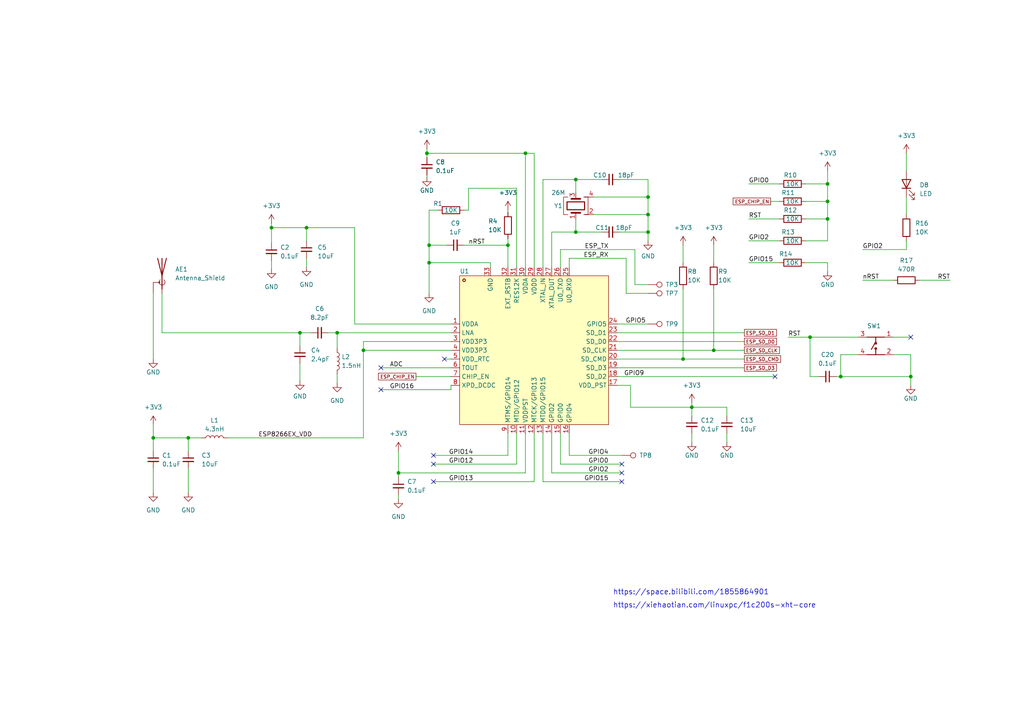
<source format=kicad_sch>
(kicad_sch (version 20211123) (generator eeschema)

  (uuid b11ff99a-64d7-4847-862c-6d5761261945)

  (paper "A4")

  (title_block
    (title "F1C200S_XHT_CORE")
    (date "2023-11-19")
    (rev "1.0")
    (comment 4 "Author: Xie Haotian")
  )

  (lib_symbols
    (symbol "1_P1-altium-import:0_ESP8266EX" (in_bom yes) (on_board yes)
      (property "Reference" "U?" (id 0) (at -21.59 22.225 0)
        (effects (font (size 1.27 1.27)) (justify left bottom))
      )
      (property "Value" "ESP8266EX" (id 1) (at -21.59 -29.21 0)
        (effects (font (size 1.27 1.27)) (justify left bottom) hide)
      )
      (property "Footprint" "ESP8266_DEMO:QFN50P500X500X80-33N" (id 2) (at 0 0 0)
        (effects (font (size 1.27 1.27)) hide)
      )
      (property "Datasheet" "" (id 3) (at 0 0 0)
        (effects (font (size 1.27 1.27)) hide)
      )
      (property "NAME" "${MANUFACTURER PART}" (id 4) (at -21.59 -29.21 0)
        (effects (font (size 1.27 1.27)) (justify left bottom) hide)
      )
      (property "SYMBOL" "ESP8266EX" (id 5) (at -72.39 -147.32 0)
        (effects (font (size 1.27 1.27)) (justify left bottom) hide)
      )
      (property "DEVICE" "ESP8266EX" (id 6) (at -72.39 -147.32 0)
        (effects (font (size 1.27 1.27)) (justify left bottom) hide)
      )
      (property "LCSC PART NAME" "ESP8266EX" (id 7) (at -72.39 -147.32 0)
        (effects (font (size 1.27 1.27)) (justify left bottom) hide)
      )
      (property "SUPPLIER PART" "C77967" (id 8) (at -72.39 -147.32 0)
        (effects (font (size 1.27 1.27)) (justify left bottom) hide)
      )
      (property "MANUFACTURER" "ESPRESSIF(乐鑫)" (id 9) (at -72.39 -147.32 0)
        (effects (font (size 1.27 1.27)) (justify left bottom) hide)
      )
      (property "MANUFACTURER PART" "ESP8266EX" (id 10) (at -72.39 -147.32 0)
        (effects (font (size 1.27 1.27)) (justify left bottom) hide)
      )
      (property "SUPPLIER FOOTPRINT" "QFN-32-EP(5x5)" (id 11) (at -72.39 -147.32 0)
        (effects (font (size 1.27 1.27)) (justify left bottom) hide)
      )
      (property "JLCPCB PART CLASS" "Extended Part" (id 12) (at -72.39 -147.32 0)
        (effects (font (size 1.27 1.27)) (justify left bottom) hide)
      )
      (property "DATASHEET" "https://atta.szlcsc.com/upload/public/pdf/source/20170925/C77967_1506321736821990542.pdf" (id 13) (at -72.39 -147.32 0)
        (effects (font (size 1.27 1.27)) (justify left bottom) hide)
      )
      (property "SUPPLIER" "LCSC" (id 14) (at -72.39 -147.32 0)
        (effects (font (size 1.27 1.27)) (justify left bottom) hide)
      )
      (property "ADD INTO BOM" "yes" (id 15) (at -72.39 -147.32 0)
        (effects (font (size 1.27 1.27)) (justify left bottom) hide)
      )
      (property "CONVERT TO PCB" "yes" (id 16) (at -72.39 -147.32 0)
        (effects (font (size 1.27 1.27)) (justify left bottom) hide)
      )
      (property "INTERFACE" "UART" (id 17) (at -72.39 -147.32 0)
        (effects (font (size 1.27 1.27)) (justify left bottom) hide)
      )
      (property "REUSE BLOCK" "" (id 18) (at -72.39 -147.32 0)
        (effects (font (size 1.27 1.27)) (justify left bottom) hide)
      )
      (property "GROUP ID" "" (id 19) (at -72.39 -147.32 0)
        (effects (font (size 1.27 1.27)) (justify left bottom) hide)
      )
      (property "CHANNEL ID" "" (id 20) (at -72.39 -147.32 0)
        (effects (font (size 1.27 1.27)) (justify left bottom) hide)
      )
      (property "ki_description" "接口:UART;" (id 21) (at 0 0 0)
        (effects (font (size 1.27 1.27)) hide)
      )
      (property "ki_fp_filters" "QFN-32_L5.0-W5.0-P0.50-BL-EP3.7" (id 22) (at 0 0 0)
        (effects (font (size 1.27 1.27)) hide)
      )
      (symbol "0_ESP8266EX_1_0"
        (circle (center -20.32 20.32) (radius 0.381)
          (stroke (width 0.254) (type default) (color 0 0 0 0))
          (fill (type none))
        )
        (rectangle (start 21.59 21.59) (end -21.59 -21.59)
          (stroke (width 0) (type default) (color 0 0 0 0))
          (fill (type background))
        )
        (pin passive line (at -24.13 7.62 0) (length 2.54)
          (name "VDDA" (effects (font (size 1.27 1.27))))
          (number "1" (effects (font (size 1.27 1.27))))
        )
        (pin passive line (at -5.08 -24.13 90) (length 2.54)
          (name "MTDI/GPIO12" (effects (font (size 1.27 1.27))))
          (number "10" (effects (font (size 1.27 1.27))))
        )
        (pin passive line (at -2.54 -24.13 90) (length 2.54)
          (name "VDDPST" (effects (font (size 1.27 1.27))))
          (number "11" (effects (font (size 1.27 1.27))))
        )
        (pin passive line (at 0 -24.13 90) (length 2.54)
          (name "MTCK/GPIO13" (effects (font (size 1.27 1.27))))
          (number "12" (effects (font (size 1.27 1.27))))
        )
        (pin passive line (at 2.54 -24.13 90) (length 2.54)
          (name "MTDO/GPIO15" (effects (font (size 1.27 1.27))))
          (number "13" (effects (font (size 1.27 1.27))))
        )
        (pin passive line (at 5.08 -24.13 90) (length 2.54)
          (name "GPIO2" (effects (font (size 1.27 1.27))))
          (number "14" (effects (font (size 1.27 1.27))))
        )
        (pin passive line (at 7.62 -24.13 90) (length 2.54)
          (name "GPIO0" (effects (font (size 1.27 1.27))))
          (number "15" (effects (font (size 1.27 1.27))))
        )
        (pin passive line (at 10.16 -24.13 90) (length 2.54)
          (name "GPIO4" (effects (font (size 1.27 1.27))))
          (number "16" (effects (font (size 1.27 1.27))))
        )
        (pin passive line (at 24.13 -10.16 180) (length 2.54)
          (name "VDD_PST" (effects (font (size 1.27 1.27))))
          (number "17" (effects (font (size 1.27 1.27))))
        )
        (pin passive line (at 24.13 -7.62 180) (length 2.54)
          (name "SD_D2" (effects (font (size 1.27 1.27))))
          (number "18" (effects (font (size 1.27 1.27))))
        )
        (pin passive line (at 24.13 -5.08 180) (length 2.54)
          (name "SD_D3" (effects (font (size 1.27 1.27))))
          (number "19" (effects (font (size 1.27 1.27))))
        )
        (pin passive line (at -24.13 5.08 0) (length 2.54)
          (name "LNA" (effects (font (size 1.27 1.27))))
          (number "2" (effects (font (size 1.27 1.27))))
        )
        (pin passive line (at 24.13 -2.54 180) (length 2.54)
          (name "SD_CMD" (effects (font (size 1.27 1.27))))
          (number "20" (effects (font (size 1.27 1.27))))
        )
        (pin passive line (at 24.13 0 180) (length 2.54)
          (name "SD_CLK" (effects (font (size 1.27 1.27))))
          (number "21" (effects (font (size 1.27 1.27))))
        )
        (pin passive line (at 24.13 2.54 180) (length 2.54)
          (name "SD_D0" (effects (font (size 1.27 1.27))))
          (number "22" (effects (font (size 1.27 1.27))))
        )
        (pin passive line (at 24.13 5.08 180) (length 2.54)
          (name "SD_D1" (effects (font (size 1.27 1.27))))
          (number "23" (effects (font (size 1.27 1.27))))
        )
        (pin passive line (at 24.13 7.62 180) (length 2.54)
          (name "GPIO5" (effects (font (size 1.27 1.27))))
          (number "24" (effects (font (size 1.27 1.27))))
        )
        (pin passive line (at 10.16 24.13 270) (length 2.54)
          (name "U0_RXD" (effects (font (size 1.27 1.27))))
          (number "25" (effects (font (size 1.27 1.27))))
        )
        (pin passive line (at 7.62 24.13 270) (length 2.54)
          (name "U0_TXD" (effects (font (size 1.27 1.27))))
          (number "26" (effects (font (size 1.27 1.27))))
        )
        (pin passive line (at 5.08 24.13 270) (length 2.54)
          (name "XTAL_OUT" (effects (font (size 1.27 1.27))))
          (number "27" (effects (font (size 1.27 1.27))))
        )
        (pin passive line (at 2.54 24.13 270) (length 2.54)
          (name "XTAL_IN" (effects (font (size 1.27 1.27))))
          (number "28" (effects (font (size 1.27 1.27))))
        )
        (pin passive line (at 0 24.13 270) (length 2.54)
          (name "VDDD" (effects (font (size 1.27 1.27))))
          (number "29" (effects (font (size 1.27 1.27))))
        )
        (pin passive line (at -24.13 2.54 0) (length 2.54)
          (name "VDD3P3" (effects (font (size 1.27 1.27))))
          (number "3" (effects (font (size 1.27 1.27))))
        )
        (pin passive line (at -2.54 24.13 270) (length 2.54)
          (name "VDDA" (effects (font (size 1.27 1.27))))
          (number "30" (effects (font (size 1.27 1.27))))
        )
        (pin passive line (at -5.08 24.13 270) (length 2.54)
          (name "RES12K" (effects (font (size 1.27 1.27))))
          (number "31" (effects (font (size 1.27 1.27))))
        )
        (pin passive line (at -7.62 24.13 270) (length 2.54)
          (name "EXT_RSTB" (effects (font (size 1.27 1.27))))
          (number "32" (effects (font (size 1.27 1.27))))
        )
        (pin passive line (at -12.7 24.13 270) (length 2.54)
          (name "GND" (effects (font (size 1.27 1.27))))
          (number "33" (effects (font (size 1.27 1.27))))
        )
        (pin passive line (at -24.13 0 0) (length 2.54)
          (name "VDD3P3" (effects (font (size 1.27 1.27))))
          (number "4" (effects (font (size 1.27 1.27))))
        )
        (pin passive line (at -24.13 -2.54 0) (length 2.54)
          (name "VDD_RTC" (effects (font (size 1.27 1.27))))
          (number "5" (effects (font (size 1.27 1.27))))
        )
        (pin passive line (at -24.13 -5.08 0) (length 2.54)
          (name "TOUT" (effects (font (size 1.27 1.27))))
          (number "6" (effects (font (size 1.27 1.27))))
        )
        (pin passive line (at -24.13 -7.62 0) (length 2.54)
          (name "CHIP_EN" (effects (font (size 1.27 1.27))))
          (number "7" (effects (font (size 1.27 1.27))))
        )
        (pin passive line (at -24.13 -10.16 0) (length 2.54)
          (name "XPD_DCDC" (effects (font (size 1.27 1.27))))
          (number "8" (effects (font (size 1.27 1.27))))
        )
        (pin passive line (at -7.62 -24.13 90) (length 2.54)
          (name "MTMS/GPIO14" (effects (font (size 1.27 1.27))))
          (number "9" (effects (font (size 1.27 1.27))))
        )
      )
    )
    (symbol "Connector:TestPoint" (pin_numbers hide) (pin_names (offset 0.762) hide) (in_bom yes) (on_board yes)
      (property "Reference" "TP" (id 0) (at 0 6.858 0)
        (effects (font (size 1.27 1.27)))
      )
      (property "Value" "TestPoint" (id 1) (at 0 5.08 0)
        (effects (font (size 1.27 1.27)))
      )
      (property "Footprint" "" (id 2) (at 5.08 0 0)
        (effects (font (size 1.27 1.27)) hide)
      )
      (property "Datasheet" "~" (id 3) (at 5.08 0 0)
        (effects (font (size 1.27 1.27)) hide)
      )
      (property "ki_keywords" "test point tp" (id 4) (at 0 0 0)
        (effects (font (size 1.27 1.27)) hide)
      )
      (property "ki_description" "test point" (id 5) (at 0 0 0)
        (effects (font (size 1.27 1.27)) hide)
      )
      (property "ki_fp_filters" "Pin* Test*" (id 6) (at 0 0 0)
        (effects (font (size 1.27 1.27)) hide)
      )
      (symbol "TestPoint_0_1"
        (circle (center 0 3.302) (radius 0.762)
          (stroke (width 0) (type default) (color 0 0 0 0))
          (fill (type none))
        )
      )
      (symbol "TestPoint_1_1"
        (pin passive line (at 0 0 90) (length 2.54)
          (name "1" (effects (font (size 1.27 1.27))))
          (number "1" (effects (font (size 1.27 1.27))))
        )
      )
    )
    (symbol "Device:Antenna_Shield" (pin_numbers hide) (pin_names (offset 1.016) hide) (in_bom yes) (on_board yes)
      (property "Reference" "AE" (id 0) (at -1.905 4.445 0)
        (effects (font (size 1.27 1.27)) (justify right))
      )
      (property "Value" "Antenna_Shield" (id 1) (at -1.905 2.54 0)
        (effects (font (size 1.27 1.27)) (justify right))
      )
      (property "Footprint" "" (id 2) (at 0 2.54 0)
        (effects (font (size 1.27 1.27)) hide)
      )
      (property "Datasheet" "~" (id 3) (at 0 2.54 0)
        (effects (font (size 1.27 1.27)) hide)
      )
      (property "ki_keywords" "antenna" (id 4) (at 0 0 0)
        (effects (font (size 1.27 1.27)) hide)
      )
      (property "ki_description" "Antenna with extra pin for shielding" (id 5) (at 0 0 0)
        (effects (font (size 1.27 1.27)) hide)
      )
      (symbol "Antenna_Shield_0_1"
        (arc (start -0.508 -1.143) (mid -0.8429 -2.1194) (end 0 -2.667)
          (stroke (width 0) (type default) (color 0 0 0 0))
          (fill (type none))
        )
        (arc (start 0 -2.667) (mid 0.7989 -2.1052) (end 0.508 -1.143)
          (stroke (width 0) (type default) (color 0 0 0 0))
          (fill (type none))
        )
        (polyline
          (pts
            (xy 0 -2.54)
            (xy 0 0)
          )
          (stroke (width 0) (type default) (color 0 0 0 0))
          (fill (type none))
        )
        (polyline
          (pts
            (xy 0 5.08)
            (xy 0 -3.81)
          )
          (stroke (width 0.254) (type default) (color 0 0 0 0))
          (fill (type none))
        )
        (polyline
          (pts
            (xy 0.762 -1.905)
            (xy 2.54 -1.905)
          )
          (stroke (width 0) (type default) (color 0 0 0 0))
          (fill (type none))
        )
        (polyline
          (pts
            (xy 2.54 -2.54)
            (xy 2.54 -1.905)
          )
          (stroke (width 0) (type default) (color 0 0 0 0))
          (fill (type none))
        )
        (polyline
          (pts
            (xy 1.27 5.08)
            (xy 0 0)
            (xy -1.27 5.08)
          )
          (stroke (width 0.254) (type default) (color 0 0 0 0))
          (fill (type none))
        )
        (circle (center 0.762 -1.905) (radius 0.1778)
          (stroke (width 0) (type default) (color 0 0 0 0))
          (fill (type outline))
        )
      )
      (symbol "Antenna_Shield_1_1"
        (pin input line (at 0 -5.08 90) (length 2.54)
          (name "A" (effects (font (size 1.27 1.27))))
          (number "1" (effects (font (size 1.27 1.27))))
        )
        (pin input line (at 2.54 -5.08 90) (length 2.54)
          (name "Shield" (effects (font (size 1.27 1.27))))
          (number "2" (effects (font (size 1.27 1.27))))
        )
      )
    )
    (symbol "Device:C_Small" (pin_numbers hide) (pin_names (offset 0.254) hide) (in_bom yes) (on_board yes)
      (property "Reference" "C" (id 0) (at 0.254 1.778 0)
        (effects (font (size 1.27 1.27)) (justify left))
      )
      (property "Value" "C_Small" (id 1) (at 0.254 -2.032 0)
        (effects (font (size 1.27 1.27)) (justify left))
      )
      (property "Footprint" "" (id 2) (at 0 0 0)
        (effects (font (size 1.27 1.27)) hide)
      )
      (property "Datasheet" "~" (id 3) (at 0 0 0)
        (effects (font (size 1.27 1.27)) hide)
      )
      (property "ki_keywords" "capacitor cap" (id 4) (at 0 0 0)
        (effects (font (size 1.27 1.27)) hide)
      )
      (property "ki_description" "Unpolarized capacitor, small symbol" (id 5) (at 0 0 0)
        (effects (font (size 1.27 1.27)) hide)
      )
      (property "ki_fp_filters" "C_*" (id 6) (at 0 0 0)
        (effects (font (size 1.27 1.27)) hide)
      )
      (symbol "C_Small_0_1"
        (polyline
          (pts
            (xy -1.524 -0.508)
            (xy 1.524 -0.508)
          )
          (stroke (width 0.3302) (type default) (color 0 0 0 0))
          (fill (type none))
        )
        (polyline
          (pts
            (xy -1.524 0.508)
            (xy 1.524 0.508)
          )
          (stroke (width 0.3048) (type default) (color 0 0 0 0))
          (fill (type none))
        )
      )
      (symbol "C_Small_1_1"
        (pin passive line (at 0 2.54 270) (length 2.032)
          (name "~" (effects (font (size 1.27 1.27))))
          (number "1" (effects (font (size 1.27 1.27))))
        )
        (pin passive line (at 0 -2.54 90) (length 2.032)
          (name "~" (effects (font (size 1.27 1.27))))
          (number "2" (effects (font (size 1.27 1.27))))
        )
      )
    )
    (symbol "Device:Crystal_GND24" (pin_names (offset 1.016) hide) (in_bom yes) (on_board yes)
      (property "Reference" "Y?" (id 0) (at 10.16 -6.35 0)
        (effects (font (size 1.27 1.27)))
      )
      (property "Value" "24m" (id 1) (at 0 0 90)
        (effects (font (size 1.27 1.27)))
      )
      (property "Footprint" "Crystal:Crystal_SMD_3225-4Pin_3.2x2.5mm" (id 2) (at 1.27 -12.7 0)
        (effects (font (size 1.27 1.27)) hide)
      )
      (property "Datasheet" "~" (id 3) (at 0 0 0)
        (effects (font (size 1.27 1.27)) hide)
      )
      (property "ki_keywords" "quartz ceramic resonator oscillator" (id 4) (at 0 0 0)
        (effects (font (size 1.27 1.27)) hide)
      )
      (property "ki_description" "Four pin crystal, GND on pins 2 and 4" (id 5) (at 0 0 0)
        (effects (font (size 1.27 1.27)) hide)
      )
      (property "ki_fp_filters" "Crystal*" (id 6) (at 0 0 0)
        (effects (font (size 1.27 1.27)) hide)
      )
      (symbol "Crystal_GND24_0_1"
        (rectangle (start -1.143 2.54) (end 1.143 -2.54)
          (stroke (width 0.3048) (type default) (color 0 0 0 0))
          (fill (type none))
        )
        (polyline
          (pts
            (xy -2.54 -2.54)
            (xy -2.54 -3.81)
          )
          (stroke (width 0) (type default) (color 0 0 0 0))
          (fill (type none))
        )
        (polyline
          (pts
            (xy -2.54 0)
            (xy -2.032 0)
          )
          (stroke (width 0) (type default) (color 0 0 0 0))
          (fill (type none))
        )
        (polyline
          (pts
            (xy -2.032 -1.27)
            (xy -2.032 1.27)
          )
          (stroke (width 0.508) (type default) (color 0 0 0 0))
          (fill (type none))
        )
        (polyline
          (pts
            (xy 2.032 -1.27)
            (xy 2.032 1.27)
          )
          (stroke (width 0.508) (type default) (color 0 0 0 0))
          (fill (type none))
        )
        (polyline
          (pts
            (xy 2.032 0)
            (xy 2.54 0)
          )
          (stroke (width 0) (type default) (color 0 0 0 0))
          (fill (type none))
        )
        (polyline
          (pts
            (xy 2.54 -2.54)
            (xy 2.54 -3.81)
          )
          (stroke (width 0) (type default) (color 0 0 0 0))
          (fill (type none))
        )
        (polyline
          (pts
            (xy -2.54 -2.286)
            (xy -2.54 -3.556)
            (xy 2.54 -3.556)
            (xy 2.54 -2.286)
          )
          (stroke (width 0) (type default) (color 0 0 0 0))
          (fill (type none))
        )
        (polyline
          (pts
            (xy -2.54 2.286)
            (xy -2.54 3.556)
            (xy 2.54 3.556)
            (xy 2.54 2.286)
          )
          (stroke (width 0) (type default) (color 0 0 0 0))
          (fill (type none))
        )
      )
      (symbol "Crystal_GND24_1_1"
        (pin passive line (at -3.81 0 0) (length 1.27)
          (name "1" (effects (font (size 1.27 1.27))))
          (number "1" (effects (font (size 1.27 1.27))))
        )
        (pin passive line (at -2.54 -5.08 90) (length 1.27)
          (name "2" (effects (font (size 1.27 1.27))))
          (number "2" (effects (font (size 1.27 1.27))))
        )
        (pin passive line (at 3.81 0 180) (length 1.27)
          (name "3" (effects (font (size 1.27 1.27))))
          (number "3" (effects (font (size 1.27 1.27))))
        )
        (pin passive line (at 2.54 -5.08 90) (length 1.27)
          (name "4" (effects (font (size 1.27 1.27))))
          (number "4" (effects (font (size 1.27 1.27))))
        )
      )
    )
    (symbol "Device:L" (pin_numbers hide) (pin_names (offset 1.016) hide) (in_bom yes) (on_board yes)
      (property "Reference" "L" (id 0) (at -1.27 0 90)
        (effects (font (size 1.27 1.27)))
      )
      (property "Value" "L" (id 1) (at 1.905 0 90)
        (effects (font (size 1.27 1.27)))
      )
      (property "Footprint" "" (id 2) (at 0 0 0)
        (effects (font (size 1.27 1.27)) hide)
      )
      (property "Datasheet" "~" (id 3) (at 0 0 0)
        (effects (font (size 1.27 1.27)) hide)
      )
      (property "ki_keywords" "inductor choke coil reactor magnetic" (id 4) (at 0 0 0)
        (effects (font (size 1.27 1.27)) hide)
      )
      (property "ki_description" "Inductor" (id 5) (at 0 0 0)
        (effects (font (size 1.27 1.27)) hide)
      )
      (property "ki_fp_filters" "Choke_* *Coil* Inductor_* L_*" (id 6) (at 0 0 0)
        (effects (font (size 1.27 1.27)) hide)
      )
      (symbol "L_0_1"
        (arc (start 0 -2.54) (mid 0.635 -1.905) (end 0 -1.27)
          (stroke (width 0) (type default) (color 0 0 0 0))
          (fill (type none))
        )
        (arc (start 0 -1.27) (mid 0.635 -0.635) (end 0 0)
          (stroke (width 0) (type default) (color 0 0 0 0))
          (fill (type none))
        )
        (arc (start 0 0) (mid 0.635 0.635) (end 0 1.27)
          (stroke (width 0) (type default) (color 0 0 0 0))
          (fill (type none))
        )
        (arc (start 0 1.27) (mid 0.635 1.905) (end 0 2.54)
          (stroke (width 0) (type default) (color 0 0 0 0))
          (fill (type none))
        )
      )
      (symbol "L_1_1"
        (pin passive line (at 0 3.81 270) (length 1.27)
          (name "1" (effects (font (size 1.27 1.27))))
          (number "1" (effects (font (size 1.27 1.27))))
        )
        (pin passive line (at 0 -3.81 90) (length 1.27)
          (name "2" (effects (font (size 1.27 1.27))))
          (number "2" (effects (font (size 1.27 1.27))))
        )
      )
    )
    (symbol "Device:LED" (pin_numbers hide) (pin_names (offset 1.016) hide) (in_bom yes) (on_board yes)
      (property "Reference" "D" (id 0) (at 0 2.54 0)
        (effects (font (size 1.27 1.27)))
      )
      (property "Value" "LED" (id 1) (at 0 -2.54 0)
        (effects (font (size 1.27 1.27)))
      )
      (property "Footprint" "" (id 2) (at 0 0 0)
        (effects (font (size 1.27 1.27)) hide)
      )
      (property "Datasheet" "~" (id 3) (at 0 0 0)
        (effects (font (size 1.27 1.27)) hide)
      )
      (property "ki_keywords" "LED diode" (id 4) (at 0 0 0)
        (effects (font (size 1.27 1.27)) hide)
      )
      (property "ki_description" "Light emitting diode" (id 5) (at 0 0 0)
        (effects (font (size 1.27 1.27)) hide)
      )
      (property "ki_fp_filters" "LED* LED_SMD:* LED_THT:*" (id 6) (at 0 0 0)
        (effects (font (size 1.27 1.27)) hide)
      )
      (symbol "LED_0_1"
        (polyline
          (pts
            (xy -1.27 -1.27)
            (xy -1.27 1.27)
          )
          (stroke (width 0.254) (type default) (color 0 0 0 0))
          (fill (type none))
        )
        (polyline
          (pts
            (xy -1.27 0)
            (xy 1.27 0)
          )
          (stroke (width 0) (type default) (color 0 0 0 0))
          (fill (type none))
        )
        (polyline
          (pts
            (xy 1.27 -1.27)
            (xy 1.27 1.27)
            (xy -1.27 0)
            (xy 1.27 -1.27)
          )
          (stroke (width 0.254) (type default) (color 0 0 0 0))
          (fill (type none))
        )
        (polyline
          (pts
            (xy -3.048 -0.762)
            (xy -4.572 -2.286)
            (xy -3.81 -2.286)
            (xy -4.572 -2.286)
            (xy -4.572 -1.524)
          )
          (stroke (width 0) (type default) (color 0 0 0 0))
          (fill (type none))
        )
        (polyline
          (pts
            (xy -1.778 -0.762)
            (xy -3.302 -2.286)
            (xy -2.54 -2.286)
            (xy -3.302 -2.286)
            (xy -3.302 -1.524)
          )
          (stroke (width 0) (type default) (color 0 0 0 0))
          (fill (type none))
        )
      )
      (symbol "LED_1_1"
        (pin passive line (at -3.81 0 0) (length 2.54)
          (name "K" (effects (font (size 1.27 1.27))))
          (number "1" (effects (font (size 1.27 1.27))))
        )
        (pin passive line (at 3.81 0 180) (length 2.54)
          (name "A" (effects (font (size 1.27 1.27))))
          (number "2" (effects (font (size 1.27 1.27))))
        )
      )
    )
    (symbol "Device:R" (pin_numbers hide) (pin_names (offset 0)) (in_bom yes) (on_board yes)
      (property "Reference" "R" (id 0) (at 2.032 0 90)
        (effects (font (size 1.27 1.27)))
      )
      (property "Value" "R" (id 1) (at 0 0 90)
        (effects (font (size 1.27 1.27)))
      )
      (property "Footprint" "" (id 2) (at -1.778 0 90)
        (effects (font (size 1.27 1.27)) hide)
      )
      (property "Datasheet" "~" (id 3) (at 0 0 0)
        (effects (font (size 1.27 1.27)) hide)
      )
      (property "ki_keywords" "R res resistor" (id 4) (at 0 0 0)
        (effects (font (size 1.27 1.27)) hide)
      )
      (property "ki_description" "Resistor" (id 5) (at 0 0 0)
        (effects (font (size 1.27 1.27)) hide)
      )
      (property "ki_fp_filters" "R_*" (id 6) (at 0 0 0)
        (effects (font (size 1.27 1.27)) hide)
      )
      (symbol "R_0_1"
        (rectangle (start -1.016 -2.54) (end 1.016 2.54)
          (stroke (width 0.254) (type default) (color 0 0 0 0))
          (fill (type none))
        )
      )
      (symbol "R_1_1"
        (pin passive line (at 0 3.81 270) (length 1.27)
          (name "~" (effects (font (size 1.27 1.27))))
          (number "1" (effects (font (size 1.27 1.27))))
        )
        (pin passive line (at 0 -3.81 90) (length 1.27)
          (name "~" (effects (font (size 1.27 1.27))))
          (number "2" (effects (font (size 1.27 1.27))))
        )
      )
    )
    (symbol "EVQPUC02K1_EVQPUC02K.schdoc-altium-import:0_EVQPUC02K" (in_bom yes) (on_board yes)
      (property "Reference" "" (id 0) (at 0 0 0)
        (effects (font (size 1.27 1.27)))
      )
      (property "Value" "0_EVQPUC02K" (id 1) (at 0 0 0)
        (effects (font (size 1.27 1.27)))
      )
      (property "Footprint" "" (id 2) (at 0 0 0)
        (effects (font (size 1.27 1.27)) hide)
      )
      (property "Datasheet" "" (id 3) (at 0 0 0)
        (effects (font (size 1.27 1.27)) hide)
      )
      (property "ki_fp_filters" "SW-SMD_EVQPUD02K" (id 4) (at 0 0 0)
        (effects (font (size 1.27 1.27)) hide)
      )
      (symbol "0_EVQPUC02K_1_0"
        (circle (center 0 -0.762) (radius 0.254)
          (stroke (width 0.254) (type default) (color 0 0 0 0))
          (fill (type none))
        )
        (polyline
          (pts
            (xy -2.54 -2.54)
            (xy 2.54 -2.54)
          )
          (stroke (width 0.254) (type default) (color 0 0 0 0))
          (fill (type none))
        )
        (polyline
          (pts
            (xy -2.54 2.54)
            (xy 2.54 2.54)
          )
          (stroke (width 0.254) (type default) (color 0 0 0 0))
          (fill (type none))
        )
        (polyline
          (pts
            (xy -1.27 -1.016)
            (xy -0.254 0.762)
          )
          (stroke (width 0.254) (type default) (color 0 0 0 0))
          (fill (type none))
        )
        (polyline
          (pts
            (xy 0 -2.54)
            (xy 0 -1.524)
          )
          (stroke (width 0.254) (type default) (color 0 0 0 0))
          (fill (type none))
        )
        (polyline
          (pts
            (xy 0 -1.524)
            (xy 0 -0.762)
          )
          (stroke (width 0.254) (type default) (color 0 0 0 0))
          (fill (type none))
        )
        (polyline
          (pts
            (xy 0 2.54)
            (xy 0 0.762)
          )
          (stroke (width 0.254) (type default) (color 0 0 0 0))
          (fill (type none))
        )
        (circle (center 0 0.762) (radius 0.254)
          (stroke (width 0.254) (type default) (color 0 0 0 0))
          (fill (type none))
        )
        (pin passive line (at 5.08 2.54 180) (length 2.54)
          (name "1" (effects (font (size 0 0))))
          (number "1" (effects (font (size 1.27 1.27))))
        )
        (pin passive line (at 5.08 -2.54 180) (length 2.54)
          (name "2" (effects (font (size 0 0))))
          (number "2" (effects (font (size 1.27 1.27))))
        )
        (pin passive line (at -5.08 2.54 0) (length 2.54)
          (name "3" (effects (font (size 0 0))))
          (number "3" (effects (font (size 1.27 1.27))))
        )
        (pin passive line (at -5.08 -2.54 0) (length 2.54)
          (name "4" (effects (font (size 0 0))))
          (number "4" (effects (font (size 1.27 1.27))))
        )
      )
    )
    (symbol "power:+3V3" (power) (pin_names (offset 0)) (in_bom yes) (on_board yes)
      (property "Reference" "#PWR" (id 0) (at 0 -3.81 0)
        (effects (font (size 1.27 1.27)) hide)
      )
      (property "Value" "+3V3" (id 1) (at 0 3.556 0)
        (effects (font (size 1.27 1.27)))
      )
      (property "Footprint" "" (id 2) (at 0 0 0)
        (effects (font (size 1.27 1.27)) hide)
      )
      (property "Datasheet" "" (id 3) (at 0 0 0)
        (effects (font (size 1.27 1.27)) hide)
      )
      (property "ki_keywords" "global power" (id 4) (at 0 0 0)
        (effects (font (size 1.27 1.27)) hide)
      )
      (property "ki_description" "Power symbol creates a global label with name \"+3V3\"" (id 5) (at 0 0 0)
        (effects (font (size 1.27 1.27)) hide)
      )
      (symbol "+3V3_0_1"
        (polyline
          (pts
            (xy -0.762 1.27)
            (xy 0 2.54)
          )
          (stroke (width 0) (type default) (color 0 0 0 0))
          (fill (type none))
        )
        (polyline
          (pts
            (xy 0 0)
            (xy 0 2.54)
          )
          (stroke (width 0) (type default) (color 0 0 0 0))
          (fill (type none))
        )
        (polyline
          (pts
            (xy 0 2.54)
            (xy 0.762 1.27)
          )
          (stroke (width 0) (type default) (color 0 0 0 0))
          (fill (type none))
        )
      )
      (symbol "+3V3_1_1"
        (pin power_in line (at 0 0 90) (length 0) hide
          (name "+3V3" (effects (font (size 1.27 1.27))))
          (number "1" (effects (font (size 1.27 1.27))))
        )
      )
    )
    (symbol "power:GND" (power) (pin_names (offset 0)) (in_bom yes) (on_board yes)
      (property "Reference" "#PWR" (id 0) (at 0 -6.35 0)
        (effects (font (size 1.27 1.27)) hide)
      )
      (property "Value" "GND" (id 1) (at 0 -3.81 0)
        (effects (font (size 1.27 1.27)))
      )
      (property "Footprint" "" (id 2) (at 0 0 0)
        (effects (font (size 1.27 1.27)) hide)
      )
      (property "Datasheet" "" (id 3) (at 0 0 0)
        (effects (font (size 1.27 1.27)) hide)
      )
      (property "ki_keywords" "power-flag" (id 4) (at 0 0 0)
        (effects (font (size 1.27 1.27)) hide)
      )
      (property "ki_description" "Power symbol creates a global label with name \"GND\" , ground" (id 5) (at 0 0 0)
        (effects (font (size 1.27 1.27)) hide)
      )
      (symbol "GND_0_1"
        (polyline
          (pts
            (xy 0 0)
            (xy 0 -1.27)
            (xy 1.27 -1.27)
            (xy 0 -2.54)
            (xy -1.27 -1.27)
            (xy 0 -1.27)
          )
          (stroke (width 0) (type default) (color 0 0 0 0))
          (fill (type none))
        )
      )
      (symbol "GND_1_1"
        (pin power_in line (at 0 0 270) (length 0) hide
          (name "GND" (effects (font (size 1.27 1.27))))
          (number "1" (effects (font (size 1.27 1.27))))
        )
      )
    )
  )

  (junction (at 243.84 109.22) (diameter 0) (color 0 0 0 0)
    (uuid 01f11ef6-4398-4cac-b4f2-71a1596e2e97)
  )
  (junction (at 187.96 67.31) (diameter 0) (color 0 0 0 0)
    (uuid 0daf7413-7155-443b-ab83-4ea500c5989b)
  )
  (junction (at 86.995 96.52) (diameter 0) (color 0 0 0 0)
    (uuid 20217ea5-602e-4694-af02-3ef8c18b93d0)
  )
  (junction (at 187.96 57.15) (diameter 0) (color 0 0 0 0)
    (uuid 2088fec3-fe1a-4abb-8a82-c9f611cf546e)
  )
  (junction (at 167.005 67.31) (diameter 0) (color 0 0 0 0)
    (uuid 248a50f8-b100-460e-9d00-b865ec07fa26)
  )
  (junction (at 207.01 101.6) (diameter 0) (color 0 0 0 0)
    (uuid 37c71e59-81b7-4bec-beef-cd9148d269f7)
  )
  (junction (at 124.46 76.2) (diameter 0) (color 0 0 0 0)
    (uuid 51a2dd93-8f23-4ebf-aea0-928f7fc78d38)
  )
  (junction (at 123.825 44.45) (diameter 0) (color 0 0 0 0)
    (uuid 53e7fd18-2688-4afe-908a-97a0c84a3644)
  )
  (junction (at 198.12 104.14) (diameter 0) (color 0 0 0 0)
    (uuid 59b2e8a0-973f-49f7-a005-6d76c6608123)
  )
  (junction (at 200.66 118.11) (diameter 0) (color 0 0 0 0)
    (uuid 6e14fe31-8522-41c3-89eb-a297276e0d96)
  )
  (junction (at 152.4 44.45) (diameter 0) (color 0 0 0 0)
    (uuid 70af1b1e-53d1-44e8-a2bc-b19bc579009a)
  )
  (junction (at 240.03 63.5) (diameter 0) (color 0 0 0 0)
    (uuid 8d75b1c8-c2fe-421c-9f95-aac2a2f1f950)
  )
  (junction (at 264.16 109.22) (diameter 0) (color 0 0 0 0)
    (uuid 94bba3ff-7ba4-440c-98bc-784e597ce442)
  )
  (junction (at 124.46 71.12) (diameter 0) (color 0 0 0 0)
    (uuid 99d0ccf0-5da4-4c4f-b055-ef68be146a05)
  )
  (junction (at 234.95 97.79) (diameter 0) (color 0 0 0 0)
    (uuid a4d6ad57-3fd6-49fc-b651-0ed2029a9d51)
  )
  (junction (at 97.79 96.52) (diameter 0) (color 0 0 0 0)
    (uuid afcf9e52-196b-4884-9ec6-a70d1405572d)
  )
  (junction (at 54.61 127) (diameter 0) (color 0 0 0 0)
    (uuid b10a255c-87ac-4813-bca3-2ca1738062dc)
  )
  (junction (at 240.03 58.42) (diameter 0) (color 0 0 0 0)
    (uuid b388a66a-6df2-4ef8-ae52-3876b74d5d8d)
  )
  (junction (at 115.57 137.16) (diameter 0) (color 0 0 0 0)
    (uuid bdd6a1d2-07d5-4dba-9c62-8c76ed2071e9)
  )
  (junction (at 44.45 127) (diameter 0) (color 0 0 0 0)
    (uuid bee09d72-13a5-493c-98bf-51abc01296ac)
  )
  (junction (at 167.005 52.07) (diameter 0) (color 0 0 0 0)
    (uuid c65102b1-0745-4f5a-b311-2341bb8a6de7)
  )
  (junction (at 78.74 66.04) (diameter 0) (color 0 0 0 0)
    (uuid d1df88a6-2413-4739-add6-90f7eafc2775)
  )
  (junction (at 187.96 62.23) (diameter 0) (color 0 0 0 0)
    (uuid d83eaef2-f034-4aab-9cd0-dde4d68420ac)
  )
  (junction (at 88.9 66.04) (diameter 0) (color 0 0 0 0)
    (uuid dd694c0c-d79d-487a-b269-b5af30ae9181)
  )
  (junction (at 147.32 71.12) (diameter 0) (color 0 0 0 0)
    (uuid de860a37-ef3e-438b-8004-fffed7133fd3)
  )
  (junction (at 240.03 53.34) (diameter 0) (color 0 0 0 0)
    (uuid deb1bbac-2210-4a09-833a-ab8fd7c898e9)
  )
  (junction (at 105.41 101.6) (diameter 0) (color 0 0 0 0)
    (uuid ff8d4386-2e53-4d49-a189-6d643c1c2512)
  )

  (no_connect (at 128.905 104.14) (uuid 020a7dae-f9c5-4ae0-97dc-700f84fc6a39))
  (no_connect (at 125.73 132.08) (uuid 0840bbca-394f-4103-8fcc-5a68feb9d519))
  (no_connect (at 180.34 139.7) (uuid 3dfa5b45-bc5c-4df9-8fae-a82a12982c3d))
  (no_connect (at 125.73 139.7) (uuid 4e0aa2d4-b394-44c2-a791-4d5b4ca9ef8c))
  (no_connect (at 110.49 113.03) (uuid 5049efd0-a23e-48f5-8f33-80652ad8b17c))
  (no_connect (at 125.73 134.62) (uuid 69a400ef-fdc9-47fb-865e-a32f1cf6a291))
  (no_connect (at 180.34 137.16) (uuid 7ec0626b-53f3-4b4c-91a1-e2c209215909))
  (no_connect (at 180.34 134.62) (uuid b14685c2-5814-4c8b-a281-c0ec34dd376c))
  (no_connect (at 264.16 97.79) (uuid d1e96ec5-05b5-4bb7-a468-c84c62613b5c))
  (no_connect (at 110.49 106.68) (uuid d3d87d63-8a88-48ce-b571-359b337b5bee))
  (no_connect (at 224.79 109.22) (uuid e6f77cf2-461d-4ea0-8e9d-17847500e38c))

  (wire (pts (xy 157.48 125.73) (xy 157.48 139.7))
    (stroke (width 0) (type default) (color 0 0 0 0))
    (uuid 028520f5-3221-464e-9242-0bd342b1f352)
  )
  (wire (pts (xy 157.48 52.07) (xy 167.005 52.07))
    (stroke (width 0) (type default) (color 0 0 0 0))
    (uuid 079b88af-fb6f-4298-a869-6a408ade5d4d)
  )
  (wire (pts (xy 200.66 116.84) (xy 200.66 118.11))
    (stroke (width 0) (type default) (color 0 0 0 0))
    (uuid 0d616afb-6b61-4160-9843-db1205f1d3b3)
  )
  (wire (pts (xy 134.62 60.96) (xy 135.89 60.96))
    (stroke (width 0) (type default) (color 0 0 0 0))
    (uuid 0dac2fc4-0454-4bd6-90d1-55e3dc81f679)
  )
  (wire (pts (xy 187.96 62.23) (xy 187.96 67.31))
    (stroke (width 0) (type default) (color 0 0 0 0))
    (uuid 0f4dbf34-9d94-4418-8a43-11df224aef5f)
  )
  (wire (pts (xy 123.825 43.18) (xy 123.825 44.45))
    (stroke (width 0) (type default) (color 0 0 0 0))
    (uuid 0f520061-597f-4496-b4bb-f5d4b873dc38)
  )
  (wire (pts (xy 124.46 71.12) (xy 129.54 71.12))
    (stroke (width 0) (type default) (color 0 0 0 0))
    (uuid 0f5c6f51-03ae-48b9-9bee-582657ea3dbf)
  )
  (wire (pts (xy 233.68 58.42) (xy 240.03 58.42))
    (stroke (width 0) (type default) (color 0 0 0 0))
    (uuid 16ef157e-b365-4d95-8f33-fb30959e571a)
  )
  (wire (pts (xy 174.625 52.07) (xy 167.005 52.07))
    (stroke (width 0) (type default) (color 0 0 0 0))
    (uuid 179f83e5-b027-47b7-a89a-5a51e142e865)
  )
  (wire (pts (xy 200.66 118.11) (xy 200.66 120.65))
    (stroke (width 0) (type default) (color 0 0 0 0))
    (uuid 182ab998-711f-4f45-8ac9-2250b45d0ba6)
  )
  (wire (pts (xy 152.4 137.16) (xy 115.57 137.16))
    (stroke (width 0) (type default) (color 0 0 0 0))
    (uuid 18a2d4af-b803-404c-bc87-db67b78aec14)
  )
  (wire (pts (xy 259.08 97.79) (xy 264.16 97.79))
    (stroke (width 0) (type default) (color 0 0 0 0))
    (uuid 18b82d49-2509-434d-944f-ae7d82668747)
  )
  (wire (pts (xy 200.66 118.11) (xy 210.82 118.11))
    (stroke (width 0) (type default) (color 0 0 0 0))
    (uuid 1ac5e82a-9b02-40aa-a221-d442d71f3305)
  )
  (wire (pts (xy 262.89 44.45) (xy 262.89 49.53))
    (stroke (width 0) (type default) (color 0 0 0 0))
    (uuid 23317f80-332a-4a9d-b324-1c50ff39f9a8)
  )
  (wire (pts (xy 217.17 53.34) (xy 226.06 53.34))
    (stroke (width 0) (type default) (color 0 0 0 0))
    (uuid 289e3ae5-2e09-44ff-8606-3f5221858d45)
  )
  (wire (pts (xy 187.96 52.07) (xy 187.96 57.15))
    (stroke (width 0) (type default) (color 0 0 0 0))
    (uuid 28cd3b61-ab73-445f-a1a8-25fe8069870b)
  )
  (wire (pts (xy 187.96 57.15) (xy 187.96 62.23))
    (stroke (width 0) (type default) (color 0 0 0 0))
    (uuid 2a840e64-f461-4e6b-8fa6-78149ca69427)
  )
  (wire (pts (xy 217.17 76.2) (xy 226.06 76.2))
    (stroke (width 0) (type default) (color 0 0 0 0))
    (uuid 2abdd374-ac86-4168-bfe2-e06f9bf388b8)
  )
  (wire (pts (xy 237.49 109.22) (xy 234.95 109.22))
    (stroke (width 0) (type default) (color 0 0 0 0))
    (uuid 2c223e3a-d2ea-4ab8-b2f4-cfc19e8b2d78)
  )
  (wire (pts (xy 233.68 76.2) (xy 240.03 76.2))
    (stroke (width 0) (type default) (color 0 0 0 0))
    (uuid 2c502341-2610-4cb7-b06c-ac8051c98e1f)
  )
  (wire (pts (xy 147.32 60.96) (xy 147.32 61.595))
    (stroke (width 0) (type default) (color 0 0 0 0))
    (uuid 2cf3e123-3660-4dba-b4e6-2e81ee081d94)
  )
  (wire (pts (xy 264.16 109.22) (xy 264.16 111.76))
    (stroke (width 0) (type default) (color 0 0 0 0))
    (uuid 2d3293a0-8642-4203-907c-20343528c852)
  )
  (wire (pts (xy 86.995 96.52) (xy 90.17 96.52))
    (stroke (width 0) (type default) (color 0 0 0 0))
    (uuid 2d38d8bb-64e6-4c61-b603-b3fba0377178)
  )
  (wire (pts (xy 125.73 139.7) (xy 154.94 139.7))
    (stroke (width 0) (type default) (color 0 0 0 0))
    (uuid 2f12f10d-bf2c-4895-9cd8-044fccccfe85)
  )
  (wire (pts (xy 207.01 83.82) (xy 207.01 101.6))
    (stroke (width 0) (type default) (color 0 0 0 0))
    (uuid 30713867-2f0f-4b94-b91f-b764ff3eaee5)
  )
  (wire (pts (xy 88.9 66.04) (xy 88.9 69.85))
    (stroke (width 0) (type default) (color 0 0 0 0))
    (uuid 30fd1339-bbf6-4a7a-bf67-0b7b60739d75)
  )
  (wire (pts (xy 240.03 63.5) (xy 233.68 63.5))
    (stroke (width 0) (type default) (color 0 0 0 0))
    (uuid 315c6180-f464-4c5c-bab4-51d50b96e4da)
  )
  (wire (pts (xy 125.73 134.62) (xy 149.86 134.62))
    (stroke (width 0) (type default) (color 0 0 0 0))
    (uuid 31ac903c-1be0-4e19-98fd-bbd704e4c139)
  )
  (wire (pts (xy 66.04 127) (xy 105.41 127))
    (stroke (width 0) (type default) (color 0 0 0 0))
    (uuid 32358d02-dbbc-42c9-9f44-ebf612b456f4)
  )
  (wire (pts (xy 264.16 102.87) (xy 264.16 109.22))
    (stroke (width 0) (type default) (color 0 0 0 0))
    (uuid 33d40948-d25d-4da7-a07c-2233b1627add)
  )
  (wire (pts (xy 187.96 52.07) (xy 179.705 52.07))
    (stroke (width 0) (type default) (color 0 0 0 0))
    (uuid 3572fe3a-0988-45ae-b368-ee9e3488f9d0)
  )
  (wire (pts (xy 115.57 137.16) (xy 115.57 138.43))
    (stroke (width 0) (type default) (color 0 0 0 0))
    (uuid 39adbe54-2c48-4df9-bf43-b310dc32e27c)
  )
  (wire (pts (xy 162.56 72.39) (xy 184.15 72.39))
    (stroke (width 0) (type default) (color 0 0 0 0))
    (uuid 3acc51e6-2218-4bf6-9918-eb1fe029e89a)
  )
  (wire (pts (xy 124.46 76.2) (xy 124.46 85.09))
    (stroke (width 0) (type default) (color 0 0 0 0))
    (uuid 3d10616b-9ab5-48ed-b007-a63db208712e)
  )
  (wire (pts (xy 162.56 77.47) (xy 162.56 72.39))
    (stroke (width 0) (type default) (color 0 0 0 0))
    (uuid 3e10268f-1e15-4b85-b8ab-ce989c3a676c)
  )
  (wire (pts (xy 210.82 125.73) (xy 210.82 128.27))
    (stroke (width 0) (type default) (color 0 0 0 0))
    (uuid 4089908b-91da-4597-bd6f-da7e0aa02c79)
  )
  (wire (pts (xy 88.9 66.04) (xy 102.87 66.04))
    (stroke (width 0) (type default) (color 0 0 0 0))
    (uuid 411bb7ca-f02d-4ec8-86db-ba23b2d934e3)
  )
  (wire (pts (xy 54.61 127) (xy 54.61 130.81))
    (stroke (width 0) (type default) (color 0 0 0 0))
    (uuid 41c0921d-2f23-4bb9-91c3-3ddff3ea4b67)
  )
  (wire (pts (xy 152.4 125.73) (xy 152.4 137.16))
    (stroke (width 0) (type default) (color 0 0 0 0))
    (uuid 4203b429-4df0-4bb1-95bb-8d7ee91d19ad)
  )
  (wire (pts (xy 250.19 72.39) (xy 262.89 72.39))
    (stroke (width 0) (type default) (color 0 0 0 0))
    (uuid 4495d31e-5008-4466-b5f8-21663aa58466)
  )
  (wire (pts (xy 210.82 118.11) (xy 210.82 120.65))
    (stroke (width 0) (type default) (color 0 0 0 0))
    (uuid 461eea18-4d40-456b-bd43-3c0dd60df4a2)
  )
  (wire (pts (xy 262.89 72.39) (xy 262.89 69.85))
    (stroke (width 0) (type default) (color 0 0 0 0))
    (uuid 46cdcc36-ba45-43a1-b82e-9751f91bde3e)
  )
  (wire (pts (xy 223.52 58.42) (xy 226.06 58.42))
    (stroke (width 0) (type default) (color 0 0 0 0))
    (uuid 4e28370b-9408-4f1e-84ae-f467829936b8)
  )
  (wire (pts (xy 240.03 69.85) (xy 240.03 63.5))
    (stroke (width 0) (type default) (color 0 0 0 0))
    (uuid 4ef5e260-5d88-4e17-a4e0-fd4743c4eaaa)
  )
  (wire (pts (xy 97.79 108.585) (xy 97.79 111.125))
    (stroke (width 0) (type default) (color 0 0 0 0))
    (uuid 4f13e5a9-a6ab-40ac-85b5-1a0d29bcc21e)
  )
  (wire (pts (xy 115.57 130.81) (xy 115.57 137.16))
    (stroke (width 0) (type default) (color 0 0 0 0))
    (uuid 4fec7805-21ab-401e-8a92-f620bfa6a558)
  )
  (wire (pts (xy 147.32 71.12) (xy 147.32 77.47))
    (stroke (width 0) (type default) (color 0 0 0 0))
    (uuid 52583691-cfaf-47a2-8d9d-48a6d1fc0838)
  )
  (wire (pts (xy 240.03 58.42) (xy 240.03 63.5))
    (stroke (width 0) (type default) (color 0 0 0 0))
    (uuid 53bf90fb-18e9-44c7-81ac-ea1193462da2)
  )
  (wire (pts (xy 240.03 76.2) (xy 240.03 78.74))
    (stroke (width 0) (type default) (color 0 0 0 0))
    (uuid 55b24cac-3358-42f7-ad76-51dce068d0a5)
  )
  (wire (pts (xy 44.45 135.89) (xy 44.45 142.875))
    (stroke (width 0) (type default) (color 0 0 0 0))
    (uuid 563e05ff-c7e9-4e2a-b0ea-613f1e81fd34)
  )
  (wire (pts (xy 124.46 76.2) (xy 142.24 76.2))
    (stroke (width 0) (type default) (color 0 0 0 0))
    (uuid 568e7478-14f5-4bd0-b2a0-15d8e71ad0b0)
  )
  (wire (pts (xy 174.625 67.31) (xy 167.005 67.31))
    (stroke (width 0) (type default) (color 0 0 0 0))
    (uuid 56de6253-2e23-455b-9c88-69df09710c77)
  )
  (wire (pts (xy 184.15 72.39) (xy 184.15 82.55))
    (stroke (width 0) (type default) (color 0 0 0 0))
    (uuid 5c47dc1c-573f-449f-8ed5-126d04c1037a)
  )
  (wire (pts (xy 105.41 99.06) (xy 105.41 101.6))
    (stroke (width 0) (type default) (color 0 0 0 0))
    (uuid 5cbaa1b1-ed3d-456b-b983-3c2a01647f32)
  )
  (wire (pts (xy 147.32 69.215) (xy 147.32 71.12))
    (stroke (width 0) (type default) (color 0 0 0 0))
    (uuid 5cd8adc1-ed36-4937-90a9-ddb28dace2a8)
  )
  (wire (pts (xy 157.48 139.7) (xy 180.34 139.7))
    (stroke (width 0) (type default) (color 0 0 0 0))
    (uuid 5e8f8c95-02e2-45b9-81ca-7f3a3e3e4f07)
  )
  (wire (pts (xy 160.02 137.16) (xy 180.34 137.16))
    (stroke (width 0) (type default) (color 0 0 0 0))
    (uuid 60700bd2-c60e-45ec-8baf-dca94383ad0d)
  )
  (wire (pts (xy 217.17 69.85) (xy 226.06 69.85))
    (stroke (width 0) (type default) (color 0 0 0 0))
    (uuid 614d4826-8a3e-4636-87e7-c7e7ddd18858)
  )
  (wire (pts (xy 44.45 85.09) (xy 44.45 104.14))
    (stroke (width 0) (type default) (color 0 0 0 0))
    (uuid 62134eff-2240-4046-93f2-84838aa8d02c)
  )
  (wire (pts (xy 102.87 93.98) (xy 130.81 93.98))
    (stroke (width 0) (type default) (color 0 0 0 0))
    (uuid 6230c923-5858-443c-bdaa-f08742309c55)
  )
  (wire (pts (xy 127 60.96) (xy 124.46 60.96))
    (stroke (width 0) (type default) (color 0 0 0 0))
    (uuid 6310b9de-3c86-4de9-92a6-6f8bace8a67b)
  )
  (wire (pts (xy 134.62 71.12) (xy 147.32 71.12))
    (stroke (width 0) (type default) (color 0 0 0 0))
    (uuid 6358d028-565b-40bf-81cb-cae1aaf701ac)
  )
  (wire (pts (xy 184.15 82.55) (xy 187.96 82.55))
    (stroke (width 0) (type default) (color 0 0 0 0))
    (uuid 63db459c-2ba6-4763-877d-0fae460a708f)
  )
  (wire (pts (xy 44.45 127) (xy 44.45 130.81))
    (stroke (width 0) (type default) (color 0 0 0 0))
    (uuid 68170299-5400-45c7-ae49-8f44aa65e7a6)
  )
  (wire (pts (xy 187.96 57.15) (xy 172.085 57.15))
    (stroke (width 0) (type default) (color 0 0 0 0))
    (uuid 6818148e-a9b1-4b48-bc2d-d7666d23784f)
  )
  (wire (pts (xy 125.73 132.08) (xy 147.32 132.08))
    (stroke (width 0) (type default) (color 0 0 0 0))
    (uuid 68ff388a-c123-4c25-b55f-3b906f682deb)
  )
  (wire (pts (xy 149.86 134.62) (xy 149.86 125.73))
    (stroke (width 0) (type default) (color 0 0 0 0))
    (uuid 6c25fffc-8a41-4d8f-a7b9-6846ed3c6e14)
  )
  (wire (pts (xy 154.94 77.47) (xy 154.94 44.45))
    (stroke (width 0) (type default) (color 0 0 0 0))
    (uuid 6c756ec0-9bc5-4349-83ee-3a47f788cbcb)
  )
  (wire (pts (xy 179.07 96.52) (xy 215.9 96.52))
    (stroke (width 0) (type default) (color 0 0 0 0))
    (uuid 6e642feb-5531-47bb-a7ee-bd67ba8164ea)
  )
  (wire (pts (xy 157.48 77.47) (xy 157.48 52.07))
    (stroke (width 0) (type default) (color 0 0 0 0))
    (uuid 6e65b27c-93cd-4b5f-adfc-73aa5cd49ee8)
  )
  (wire (pts (xy 78.74 66.04) (xy 88.9 66.04))
    (stroke (width 0) (type default) (color 0 0 0 0))
    (uuid 7244e7b7-b977-4060-979e-6011bcad6b27)
  )
  (wire (pts (xy 207.01 71.12) (xy 207.01 76.2))
    (stroke (width 0) (type default) (color 0 0 0 0))
    (uuid 72e52829-e79d-48e6-908d-b2449cdbc81d)
  )
  (wire (pts (xy 266.7 81.28) (xy 275.59 81.28))
    (stroke (width 0) (type default) (color 0 0 0 0))
    (uuid 74b22816-93aa-48d7-89b2-47de7240cb1a)
  )
  (wire (pts (xy 160.02 77.47) (xy 160.02 67.31))
    (stroke (width 0) (type default) (color 0 0 0 0))
    (uuid 76951c74-c86d-4764-a5c0-5368669dd204)
  )
  (wire (pts (xy 243.84 102.87) (xy 248.92 102.87))
    (stroke (width 0) (type default) (color 0 0 0 0))
    (uuid 76fa6c15-70a2-49de-bf78-07c012ed46a5)
  )
  (wire (pts (xy 179.07 99.06) (xy 215.9 99.06))
    (stroke (width 0) (type default) (color 0 0 0 0))
    (uuid 7b544f40-ea55-4339-b4a0-c1c6d6647727)
  )
  (wire (pts (xy 240.03 49.53) (xy 240.03 53.34))
    (stroke (width 0) (type default) (color 0 0 0 0))
    (uuid 7e8a00e2-30df-4450-96ab-61494b0199b1)
  )
  (wire (pts (xy 198.12 104.14) (xy 215.9 104.14))
    (stroke (width 0) (type default) (color 0 0 0 0))
    (uuid 7f779154-5fb3-436f-b828-9a6604a2fc04)
  )
  (wire (pts (xy 165.1 132.08) (xy 180.34 132.08))
    (stroke (width 0) (type default) (color 0 0 0 0))
    (uuid 831f0529-9ff1-49cf-95e7-9460f775ae7e)
  )
  (wire (pts (xy 46.99 96.52) (xy 86.995 96.52))
    (stroke (width 0) (type default) (color 0 0 0 0))
    (uuid 83d6da2a-5e9d-4e7a-b815-8cedce25fbf7)
  )
  (wire (pts (xy 187.96 67.31) (xy 179.705 67.31))
    (stroke (width 0) (type default) (color 0 0 0 0))
    (uuid 848c13c1-07bd-4cc8-9485-6329347ca20a)
  )
  (wire (pts (xy 102.87 66.04) (xy 102.87 93.98))
    (stroke (width 0) (type default) (color 0 0 0 0))
    (uuid 849ec43d-4c90-4bb7-bf89-d8462228e240)
  )
  (wire (pts (xy 262.89 57.15) (xy 262.89 62.23))
    (stroke (width 0) (type default) (color 0 0 0 0))
    (uuid 84bcb81e-7eda-4bfb-90e1-489ab7f310ac)
  )
  (wire (pts (xy 86.995 96.52) (xy 86.995 100.33))
    (stroke (width 0) (type default) (color 0 0 0 0))
    (uuid 8594de68-362d-47b2-9824-ea7395c7e947)
  )
  (wire (pts (xy 128.905 104.14) (xy 130.81 104.14))
    (stroke (width 0) (type default) (color 0 0 0 0))
    (uuid 8746437d-ec88-4678-92f7-5711b2cb8d29)
  )
  (wire (pts (xy 234.95 97.79) (xy 248.92 97.79))
    (stroke (width 0) (type default) (color 0 0 0 0))
    (uuid 895b44f7-c5d2-4ed2-89d4-868ed36f28f5)
  )
  (wire (pts (xy 181.61 74.93) (xy 181.61 85.09))
    (stroke (width 0) (type default) (color 0 0 0 0))
    (uuid 8b6e0b04-3526-4340-8c12-62ab910188de)
  )
  (wire (pts (xy 123.825 44.45) (xy 152.4 44.45))
    (stroke (width 0) (type default) (color 0 0 0 0))
    (uuid 8bc220d4-3652-45c8-838c-8e010151473e)
  )
  (wire (pts (xy 179.07 104.14) (xy 198.12 104.14))
    (stroke (width 0) (type default) (color 0 0 0 0))
    (uuid 8bf0904e-f0fa-4035-9115-356c0ff6b178)
  )
  (wire (pts (xy 165.1 74.93) (xy 181.61 74.93))
    (stroke (width 0) (type default) (color 0 0 0 0))
    (uuid 8f8bb19b-7370-496e-8eb3-422a6b2f8a11)
  )
  (wire (pts (xy 243.84 102.87) (xy 243.84 109.22))
    (stroke (width 0) (type default) (color 0 0 0 0))
    (uuid 92675057-8896-4390-86d0-1ae41e95ac03)
  )
  (wire (pts (xy 135.89 60.96) (xy 135.89 54.61))
    (stroke (width 0) (type default) (color 0 0 0 0))
    (uuid 93746668-9168-4ec5-bd59-8e76252039cb)
  )
  (wire (pts (xy 182.88 111.76) (xy 182.88 118.11))
    (stroke (width 0) (type default) (color 0 0 0 0))
    (uuid 93d37844-b6a1-46a1-bca9-29cc1bd1a6bc)
  )
  (wire (pts (xy 130.81 99.06) (xy 105.41 99.06))
    (stroke (width 0) (type default) (color 0 0 0 0))
    (uuid 9774dc06-4dc1-4277-980e-4a06a97b514e)
  )
  (wire (pts (xy 149.86 54.61) (xy 135.89 54.61))
    (stroke (width 0) (type default) (color 0 0 0 0))
    (uuid 99982c1c-cea7-4074-a303-51b2fd91a1af)
  )
  (wire (pts (xy 130.81 113.03) (xy 130.81 111.76))
    (stroke (width 0) (type default) (color 0 0 0 0))
    (uuid 9a34d146-32d6-4e1e-bffa-7ecad5934a39)
  )
  (wire (pts (xy 95.25 96.52) (xy 97.79 96.52))
    (stroke (width 0) (type default) (color 0 0 0 0))
    (uuid 9a728d15-03d8-4b74-80b6-3e90f6b4313b)
  )
  (wire (pts (xy 217.17 63.5) (xy 226.06 63.5))
    (stroke (width 0) (type default) (color 0 0 0 0))
    (uuid 9d12fd66-15cc-4417-832b-feb413c7200f)
  )
  (wire (pts (xy 105.41 101.6) (xy 130.81 101.6))
    (stroke (width 0) (type default) (color 0 0 0 0))
    (uuid a20708b2-1fae-4574-a912-95056721a750)
  )
  (wire (pts (xy 154.94 125.73) (xy 154.94 139.7))
    (stroke (width 0) (type default) (color 0 0 0 0))
    (uuid a4998627-53c3-425e-9258-f94bf55fa959)
  )
  (wire (pts (xy 115.57 143.51) (xy 115.57 144.78))
    (stroke (width 0) (type default) (color 0 0 0 0))
    (uuid a57eaa7c-7650-4515-ab39-45982baa8005)
  )
  (wire (pts (xy 97.79 96.52) (xy 130.81 96.52))
    (stroke (width 0) (type default) (color 0 0 0 0))
    (uuid a788579d-b989-44ee-b841-2b461a619ba2)
  )
  (wire (pts (xy 198.12 71.12) (xy 198.12 76.2))
    (stroke (width 0) (type default) (color 0 0 0 0))
    (uuid a7e46222-2603-4c35-8f80-540bddc87715)
  )
  (wire (pts (xy 182.88 118.11) (xy 200.66 118.11))
    (stroke (width 0) (type default) (color 0 0 0 0))
    (uuid a8310bbb-d68d-4556-8afa-addda6629ee7)
  )
  (wire (pts (xy 123.825 44.45) (xy 123.825 45.72))
    (stroke (width 0) (type default) (color 0 0 0 0))
    (uuid a855f323-28f4-4f35-b028-c94de52011f6)
  )
  (wire (pts (xy 242.57 109.22) (xy 243.84 109.22))
    (stroke (width 0) (type default) (color 0 0 0 0))
    (uuid a92ad14c-07c4-448a-877b-7f75930b9422)
  )
  (wire (pts (xy 46.99 96.52) (xy 46.99 85.09))
    (stroke (width 0) (type default) (color 0 0 0 0))
    (uuid aab18003-f0ef-4336-bbcb-ef8a7bfd26a1)
  )
  (wire (pts (xy 54.61 135.89) (xy 54.61 142.875))
    (stroke (width 0) (type default) (color 0 0 0 0))
    (uuid ac62a29d-eea0-48c3-8cf7-6290f7ebdb40)
  )
  (wire (pts (xy 54.61 127) (xy 58.42 127))
    (stroke (width 0) (type default) (color 0 0 0 0))
    (uuid ac96f203-3714-4a0a-a243-c1fc0e3cfa24)
  )
  (wire (pts (xy 228.6 97.79) (xy 234.95 97.79))
    (stroke (width 0) (type default) (color 0 0 0 0))
    (uuid ad688f65-d7da-4477-953d-e3b5d7be711b)
  )
  (wire (pts (xy 160.02 67.31) (xy 167.005 67.31))
    (stroke (width 0) (type default) (color 0 0 0 0))
    (uuid ae642023-318d-41c5-8f59-521107045bc4)
  )
  (wire (pts (xy 110.49 113.03) (xy 130.81 113.03))
    (stroke (width 0) (type default) (color 0 0 0 0))
    (uuid b251f7bb-fc25-4699-b1b6-a253eccc5e14)
  )
  (wire (pts (xy 86.995 105.41) (xy 86.995 110.49))
    (stroke (width 0) (type default) (color 0 0 0 0))
    (uuid b2970b8b-8e83-4aa6-b0b7-2c6bb06faeb0)
  )
  (wire (pts (xy 78.74 66.04) (xy 78.74 70.485))
    (stroke (width 0) (type default) (color 0 0 0 0))
    (uuid b32f8db8-3d2a-4d71-865f-7d15b453e2d4)
  )
  (wire (pts (xy 105.41 127) (xy 105.41 101.6))
    (stroke (width 0) (type default) (color 0 0 0 0))
    (uuid b4f112ed-1093-4a18-b384-5fbaa20109a7)
  )
  (wire (pts (xy 240.03 53.34) (xy 240.03 58.42))
    (stroke (width 0) (type default) (color 0 0 0 0))
    (uuid b7a04ec1-7cc4-4642-b9a3-e5ced7f29b6f)
  )
  (wire (pts (xy 179.07 106.68) (xy 215.9 106.68))
    (stroke (width 0) (type default) (color 0 0 0 0))
    (uuid b7fb0840-7d36-4b98-8112-7073229afe84)
  )
  (wire (pts (xy 187.96 67.31) (xy 187.96 69.85))
    (stroke (width 0) (type default) (color 0 0 0 0))
    (uuid b8477d51-7acc-494f-91ba-81be19307d0a)
  )
  (wire (pts (xy 152.4 44.45) (xy 152.4 77.47))
    (stroke (width 0) (type default) (color 0 0 0 0))
    (uuid b952b43d-c661-4e67-86a7-4f46a25cba48)
  )
  (wire (pts (xy 198.12 83.82) (xy 198.12 104.14))
    (stroke (width 0) (type default) (color 0 0 0 0))
    (uuid bae40419-a61b-44cc-bd6a-67bb29151f1b)
  )
  (wire (pts (xy 78.74 75.565) (xy 78.74 78.105))
    (stroke (width 0) (type default) (color 0 0 0 0))
    (uuid bd859242-16c8-4a09-981d-a6f4d9aeac4f)
  )
  (wire (pts (xy 243.84 109.22) (xy 264.16 109.22))
    (stroke (width 0) (type default) (color 0 0 0 0))
    (uuid bffddf3a-81dc-4dc6-bceb-cbeb3c7e4098)
  )
  (wire (pts (xy 181.61 85.09) (xy 187.96 85.09))
    (stroke (width 0) (type default) (color 0 0 0 0))
    (uuid c1be65f0-b6ab-466e-a999-0bb626e1bf22)
  )
  (wire (pts (xy 234.95 109.22) (xy 234.95 97.79))
    (stroke (width 0) (type default) (color 0 0 0 0))
    (uuid c1d9f729-3449-4a45-b25a-bb9cf08da0ad)
  )
  (wire (pts (xy 162.56 125.73) (xy 162.56 134.62))
    (stroke (width 0) (type default) (color 0 0 0 0))
    (uuid c2a56f17-6a0a-44e4-8dcf-d12e5deb79ea)
  )
  (wire (pts (xy 179.07 93.98) (xy 187.96 93.98))
    (stroke (width 0) (type default) (color 0 0 0 0))
    (uuid c3cf7369-13ca-4277-a543-a7589769bc5d)
  )
  (wire (pts (xy 97.79 96.52) (xy 97.79 100.965))
    (stroke (width 0) (type default) (color 0 0 0 0))
    (uuid c614ed8b-8603-4eb5-8a0f-796481ef6d38)
  )
  (wire (pts (xy 149.86 54.61) (xy 149.86 77.47))
    (stroke (width 0) (type default) (color 0 0 0 0))
    (uuid c79b8093-a552-461a-92f7-e76886397aba)
  )
  (wire (pts (xy 259.08 102.87) (xy 264.16 102.87))
    (stroke (width 0) (type default) (color 0 0 0 0))
    (uuid c855b279-b791-45e1-8b9a-740f4e2340cc)
  )
  (wire (pts (xy 187.96 62.23) (xy 172.085 62.23))
    (stroke (width 0) (type default) (color 0 0 0 0))
    (uuid cd35d05f-d846-4768-9eeb-d3d19b4653be)
  )
  (wire (pts (xy 240.03 53.34) (xy 233.68 53.34))
    (stroke (width 0) (type default) (color 0 0 0 0))
    (uuid d0821b65-7351-4296-88f5-4487052710c5)
  )
  (wire (pts (xy 233.68 69.85) (xy 240.03 69.85))
    (stroke (width 0) (type default) (color 0 0 0 0))
    (uuid d3e92998-e963-4c1d-82ca-e048356c0b7a)
  )
  (wire (pts (xy 179.07 109.22) (xy 224.79 109.22))
    (stroke (width 0) (type default) (color 0 0 0 0))
    (uuid d409fcf2-6f73-4a96-b13d-2efd136d7616)
  )
  (wire (pts (xy 165.1 74.93) (xy 165.1 77.47))
    (stroke (width 0) (type default) (color 0 0 0 0))
    (uuid d70b2c17-9e31-49fc-af9e-a6ad254fad28)
  )
  (wire (pts (xy 88.9 74.93) (xy 88.9 77.47))
    (stroke (width 0) (type default) (color 0 0 0 0))
    (uuid d7da7d79-2446-4e42-86a0-73a4a7b45fb1)
  )
  (wire (pts (xy 167.005 63.5) (xy 167.005 67.31))
    (stroke (width 0) (type default) (color 0 0 0 0))
    (uuid d820df84-6fb9-463d-8cb5-da31f00bf48e)
  )
  (wire (pts (xy 142.24 76.2) (xy 142.24 77.47))
    (stroke (width 0) (type default) (color 0 0 0 0))
    (uuid da2e7b60-6fd1-4aa2-af3d-2e1fe47d3b17)
  )
  (wire (pts (xy 200.66 125.73) (xy 200.66 128.27))
    (stroke (width 0) (type default) (color 0 0 0 0))
    (uuid e3f6960f-9f77-41ac-bb3c-6615d8db5bf0)
  )
  (wire (pts (xy 124.46 60.96) (xy 124.46 71.12))
    (stroke (width 0) (type default) (color 0 0 0 0))
    (uuid e4e22712-1481-4ba6-8e5a-67f349df34a8)
  )
  (wire (pts (xy 78.74 64.77) (xy 78.74 66.04))
    (stroke (width 0) (type default) (color 0 0 0 0))
    (uuid e4ec6649-6489-4402-a244-2b717dc8e8e9)
  )
  (wire (pts (xy 123.825 50.8) (xy 123.825 51.435))
    (stroke (width 0) (type default) (color 0 0 0 0))
    (uuid e60f831d-3c5c-41f8-96de-035fc4fe4c2e)
  )
  (wire (pts (xy 165.1 125.73) (xy 165.1 132.08))
    (stroke (width 0) (type default) (color 0 0 0 0))
    (uuid e8e3a192-248a-4276-bd4c-24bdfccfdc25)
  )
  (wire (pts (xy 147.32 125.73) (xy 147.32 132.08))
    (stroke (width 0) (type default) (color 0 0 0 0))
    (uuid e946e94e-fe6c-40dc-aa96-d3b56ed86580)
  )
  (wire (pts (xy 124.46 71.12) (xy 124.46 76.2))
    (stroke (width 0) (type default) (color 0 0 0 0))
    (uuid eb859ab5-b176-4636-992a-7e0d239aca0f)
  )
  (wire (pts (xy 110.49 106.68) (xy 130.81 106.68))
    (stroke (width 0) (type default) (color 0 0 0 0))
    (uuid ebda5c80-b074-43a2-84a8-78d5306afbc0)
  )
  (wire (pts (xy 162.56 134.62) (xy 180.34 134.62))
    (stroke (width 0) (type default) (color 0 0 0 0))
    (uuid edb1744b-4b15-4d24-95ba-e2b398f4f2d8)
  )
  (wire (pts (xy 160.02 125.73) (xy 160.02 137.16))
    (stroke (width 0) (type default) (color 0 0 0 0))
    (uuid f0d67484-ad75-4623-a6d8-e072af76cd96)
  )
  (wire (pts (xy 120.65 109.22) (xy 130.81 109.22))
    (stroke (width 0) (type default) (color 0 0 0 0))
    (uuid f0ef3b5d-7ced-4261-8655-731a8728e49c)
  )
  (wire (pts (xy 179.07 101.6) (xy 207.01 101.6))
    (stroke (width 0) (type default) (color 0 0 0 0))
    (uuid f1b27aa5-9a6d-4374-849e-5dcc62812395)
  )
  (wire (pts (xy 167.005 55.88) (xy 167.005 52.07))
    (stroke (width 0) (type default) (color 0 0 0 0))
    (uuid f28aab9a-d905-4c90-a3b5-7f1622dd8d04)
  )
  (wire (pts (xy 154.94 44.45) (xy 152.4 44.45))
    (stroke (width 0) (type default) (color 0 0 0 0))
    (uuid f2a957e3-c686-41c9-9a59-b5b1cd270a42)
  )
  (wire (pts (xy 179.07 111.76) (xy 182.88 111.76))
    (stroke (width 0) (type default) (color 0 0 0 0))
    (uuid fad8a1ce-9444-4c0c-9664-2032b1dbb25f)
  )
  (wire (pts (xy 44.45 127) (xy 54.61 127))
    (stroke (width 0) (type default) (color 0 0 0 0))
    (uuid fb0e41b0-f7d7-4cc6-b082-0cf24e2e1942)
  )
  (wire (pts (xy 250.19 81.28) (xy 259.08 81.28))
    (stroke (width 0) (type default) (color 0 0 0 0))
    (uuid fd766040-969b-403b-9768-1a420cc7b8d3)
  )
  (wire (pts (xy 44.45 123.19) (xy 44.45 127))
    (stroke (width 0) (type default) (color 0 0 0 0))
    (uuid fe116cd3-679f-4d16-beb8-548f7ddb0c15)
  )
  (wire (pts (xy 207.01 101.6) (xy 215.9 101.6))
    (stroke (width 0) (type default) (color 0 0 0 0))
    (uuid fffb8986-a254-44aa-940d-31da5211e1fd)
  )

  (text "https://space.bilibili.com/1855864901" (at 177.8 172.72 0)
    (effects (font (size 1.5 1.5)) (justify left bottom))
    (uuid 2c0ea9f1-e93a-4d26-a679-e9d62a41228c)
  )
  (text "https://xiehaotian.com/linuxpc/f1c200s-xht-core" (at 177.8 176.53 0)
    (effects (font (size 1.5 1.5)) (justify left bottom))
    (uuid 3093265a-6f7d-467b-ba20-f514043f932c)
  )

  (label "GPIO9" (at 180.975 109.22 0)
    (effects (font (size 1.27 1.27)) (justify left bottom))
    (uuid 05dc1b25-2e89-48f7-a4a0-538ec592236c)
  )
  (label "GPIO2" (at 250.19 72.39 0)
    (effects (font (size 1.27 1.27)) (justify left bottom))
    (uuid 14c96572-4b62-401d-932a-a8371f73e69b)
  )
  (label "GPIO12" (at 130.175 134.62 0)
    (effects (font (size 1.27 1.27)) (justify left bottom))
    (uuid 25ceb503-0b91-4f8a-95ba-791f4a71efc0)
  )
  (label "RST" (at 217.17 63.5 0)
    (effects (font (size 1.27 1.27)) (justify left bottom))
    (uuid 30b1aa99-8176-4a49-b739-4006111b4287)
  )
  (label "ESP8266EX_VDD" (at 74.93 127 0)
    (effects (font (size 1.27 1.27)) (justify left bottom))
    (uuid 40023358-1c53-4518-a62e-53bba17c29f8)
  )
  (label "GPIO13" (at 130.175 139.7 0)
    (effects (font (size 1.27 1.27)) (justify left bottom))
    (uuid 419c8a9a-4020-44a7-9478-8d835288d1b8)
  )
  (label "GPIO4" (at 176.53 132.08 180)
    (effects (font (size 1.27 1.27)) (justify right bottom))
    (uuid 4458801e-8731-4e1e-b039-16ecd4d2449b)
  )
  (label "RST" (at 228.6 97.79 0)
    (effects (font (size 1.27 1.27)) (justify left bottom))
    (uuid 4bb95bcc-5e76-472b-aea5-8afef6d30283)
  )
  (label "GPIO0" (at 217.17 53.34 0)
    (effects (font (size 1.27 1.27)) (justify left bottom))
    (uuid 57b20410-8086-48cb-a2f9-d8c6ceda6307)
  )
  (label "GPIO5" (at 187.325 93.98 180)
    (effects (font (size 1.27 1.27)) (justify right bottom))
    (uuid 669c7978-e633-44fc-8c93-1f597c3929b1)
  )
  (label "ADC" (at 113.03 106.68 0)
    (effects (font (size 1.27 1.27)) (justify left bottom))
    (uuid 69112167-fbe9-48ce-8099-51277886a79c)
  )
  (label "GPIO15" (at 176.53 139.7 180)
    (effects (font (size 1.27 1.27)) (justify right bottom))
    (uuid 6e1ec085-c0d8-4cc8-9012-e22af3180926)
  )
  (label "GPIO14" (at 130.175 132.08 0)
    (effects (font (size 1.27 1.27)) (justify left bottom))
    (uuid 73ac82c5-e9dd-4b73-b9f1-a0d3f9670a0f)
  )
  (label "RST" (at 275.59 81.28 180)
    (effects (font (size 1.27 1.27)) (justify right bottom))
    (uuid 770e045c-5232-40d5-9150-7bbc1db8b23c)
  )
  (label "GPIO16" (at 113.03 113.03 0)
    (effects (font (size 1.27 1.27)) (justify left bottom))
    (uuid 90db40e5-b567-431f-b6ed-c23d8aa53efb)
  )
  (label "GPIO0" (at 176.53 134.62 180)
    (effects (font (size 1.27 1.27)) (justify right bottom))
    (uuid ac4e0d48-9775-4299-8551-0c827fd17aa0)
  )
  (label "GPIO15" (at 217.17 76.2 0)
    (effects (font (size 1.27 1.27)) (justify left bottom))
    (uuid b0f80e73-c1b3-4343-888a-dd4b7ba3b9fb)
  )
  (label "GPIO2" (at 217.17 69.85 0)
    (effects (font (size 1.27 1.27)) (justify left bottom))
    (uuid bb81921c-b2fb-4fba-96cd-971bd0dfed0a)
  )
  (label "ESP_RX" (at 176.53 74.93 180)
    (effects (font (size 1.27 1.27)) (justify right bottom))
    (uuid bef620d2-bd98-4181-8cbd-20f270b070f4)
  )
  (label "nRST" (at 135.89 71.12 0)
    (effects (font (size 1.27 1.27)) (justify left bottom))
    (uuid bf227d81-051e-4e45-99f3-5cadc7ef1e1c)
  )
  (label "ESP_TX" (at 176.53 72.39 180)
    (effects (font (size 1.27 1.27)) (justify right bottom))
    (uuid d83114e4-c222-4aa4-8c7a-e54a79259861)
  )
  (label "nRST" (at 250.19 81.28 0)
    (effects (font (size 1.27 1.27)) (justify left bottom))
    (uuid f19f1057-4a8c-4a2f-9148-22c6447dbd91)
  )
  (label "GPIO2" (at 176.53 137.16 180)
    (effects (font (size 1.27 1.27)) (justify right bottom))
    (uuid fe1c2385-76ff-496a-bc41-a971b28659b7)
  )

  (global_label "ESP_SD_CMD" (shape passive) (at 215.9 104.14 0) (fields_autoplaced)
    (effects (font (size 1 1)) (justify left))
    (uuid 070f0885-3505-4972-bdd2-0d384c2238fd)
    (property "Intersheet References" "${INTERSHEET_REFS}" (id 0) (at 227.2762 104.0775 0)
      (effects (font (size 1 1)) (justify left) hide)
    )
  )
  (global_label "ESP_CHIP_EN" (shape passive) (at 223.52 58.42 180) (fields_autoplaced)
    (effects (font (size 1 1)) (justify right))
    (uuid 8a46c873-e353-4a31-934d-7ed6501707f4)
    (property "Intersheet References" "${INTERSHEET_REFS}" (id 0) (at 211.7629 58.4825 0)
      (effects (font (size 1 1)) (justify right) hide)
    )
  )
  (global_label "ESP_SD_D0" (shape passive) (at 215.9 99.06 0) (fields_autoplaced)
    (effects (font (size 1 1)) (justify left))
    (uuid b0627eab-69c4-41cf-b340-ed9d3e633092)
    (property "Intersheet References" "${INTERSHEET_REFS}" (id 0) (at 226.0857 98.9975 0)
      (effects (font (size 1 1)) (justify left) hide)
    )
  )
  (global_label "ESP_SD_D3" (shape passive) (at 215.9 106.68 0) (fields_autoplaced)
    (effects (font (size 1 1)) (justify left))
    (uuid b7393384-1eed-4488-b225-715a5cc0c523)
    (property "Intersheet References" "${INTERSHEET_REFS}" (id 0) (at 226.0857 106.6175 0)
      (effects (font (size 1 1)) (justify left) hide)
    )
  )
  (global_label "ESP_SD_CLK" (shape passive) (at 215.9 101.6 0) (fields_autoplaced)
    (effects (font (size 1 1)) (justify left))
    (uuid c17c4220-bd2d-4c04-9f2d-0ad98c3c6c52)
    (property "Intersheet References" "${INTERSHEET_REFS}" (id 0) (at 226.9429 101.5375 0)
      (effects (font (size 1 1)) (justify left) hide)
    )
  )
  (global_label "ESP_CHIP_EN" (shape passive) (at 120.65 109.22 180) (fields_autoplaced)
    (effects (font (size 1 1)) (justify right))
    (uuid e91a323e-9c19-4700-8034-853ca93808f0)
    (property "Intersheet References" "${INTERSHEET_REFS}" (id 0) (at 108.8929 109.2825 0)
      (effects (font (size 1 1)) (justify right) hide)
    )
  )
  (global_label "ESP_SD_D1" (shape passive) (at 215.9 96.52 0) (fields_autoplaced)
    (effects (font (size 1 1)) (justify left))
    (uuid ef99be79-8e30-431d-b7ba-2c4736d7229a)
    (property "Intersheet References" "${INTERSHEET_REFS}" (id 0) (at 226.0857 96.4575 0)
      (effects (font (size 1 1)) (justify left) hide)
    )
  )

  (symbol (lib_id "power:+3V3") (at 147.32 60.96 0) (unit 1)
    (in_bom yes) (on_board yes) (fields_autoplaced)
    (uuid 00138303-7b89-4747-a3a9-51792e807b1f)
    (property "Reference" "#PWR0108" (id 0) (at 147.32 64.77 0)
      (effects (font (size 1.27 1.27)) hide)
    )
    (property "Value" "+3V3" (id 1) (at 147.32 55.88 0))
    (property "Footprint" "" (id 2) (at 147.32 60.96 0)
      (effects (font (size 1.27 1.27)) hide)
    )
    (property "Datasheet" "" (id 3) (at 147.32 60.96 0)
      (effects (font (size 1.27 1.27)) hide)
    )
    (pin "1" (uuid a49dbbe1-89b8-498d-b1a8-399739afe29c))
  )

  (symbol (lib_id "Device:C_Small") (at 44.45 133.35 0) (unit 1)
    (in_bom yes) (on_board yes) (fields_autoplaced)
    (uuid 051e4e38-d0e1-4270-af6e-ba4bd5ba73f9)
    (property "Reference" "C1" (id 0) (at 46.99 132.0862 0)
      (effects (font (size 1.27 1.27)) (justify left))
    )
    (property "Value" "0.1uF" (id 1) (at 46.99 134.6262 0)
      (effects (font (size 1.27 1.27)) (justify left))
    )
    (property "Footprint" "Capacitor_SMD:C_0402_1005Metric" (id 2) (at 44.45 133.35 0)
      (effects (font (size 1.27 1.27)) hide)
    )
    (property "Datasheet" "~" (id 3) (at 44.45 133.35 0)
      (effects (font (size 1.27 1.27)) hide)
    )
    (pin "1" (uuid a95358a5-190b-4300-bc3c-d00da090efeb))
    (pin "2" (uuid f6de9fa3-9ea1-49e4-a8e6-61ac5edc53e1))
  )

  (symbol (lib_id "Device:L") (at 97.79 104.775 0) (unit 1)
    (in_bom yes) (on_board yes) (fields_autoplaced)
    (uuid 099d0ad7-83bc-4e7c-a40f-1782ff4e9aa8)
    (property "Reference" "L2" (id 0) (at 99.06 103.5049 0)
      (effects (font (size 1.27 1.27)) (justify left))
    )
    (property "Value" "1.5nH" (id 1) (at 99.06 106.0449 0)
      (effects (font (size 1.27 1.27)) (justify left))
    )
    (property "Footprint" "Inductor_SMD:L_0402_1005Metric" (id 2) (at 97.79 104.775 0)
      (effects (font (size 1.27 1.27)) hide)
    )
    (property "Datasheet" "~" (id 3) (at 97.79 104.775 0)
      (effects (font (size 1.27 1.27)) hide)
    )
    (pin "1" (uuid b2d7d186-7c57-4881-a47d-4c2c438ac94a))
    (pin "2" (uuid 3d5285e1-dea1-498b-b837-5d5e83980d6f))
  )

  (symbol (lib_id "Device:R") (at 198.12 80.01 0) (unit 1)
    (in_bom yes) (on_board yes)
    (uuid 123dc903-3aa0-440f-9ee7-4f9b91efdcda)
    (property "Reference" "R8" (id 0) (at 199.39 78.74 0)
      (effects (font (size 1.27 1.27)) (justify left))
    )
    (property "Value" "10K" (id 1) (at 199.39 81.28 0)
      (effects (font (size 1.27 1.27)) (justify left))
    )
    (property "Footprint" "Resistor_SMD:R_0402_1005Metric" (id 2) (at 196.342 80.01 90)
      (effects (font (size 1.27 1.27)) hide)
    )
    (property "Datasheet" "~" (id 3) (at 198.12 80.01 0)
      (effects (font (size 1.27 1.27)) hide)
    )
    (pin "1" (uuid 44756b61-ded8-4616-86c6-8ec516a96042))
    (pin "2" (uuid 0a913075-9b8e-49ba-b7b6-c46f7d02fe31))
  )

  (symbol (lib_id "power:GND") (at 123.825 51.435 0) (unit 1)
    (in_bom yes) (on_board yes)
    (uuid 1bc821e8-5f5a-4ff3-8b91-34e87469f1a8)
    (property "Reference" "#PWR0109" (id 0) (at 123.825 57.785 0)
      (effects (font (size 1.27 1.27)) hide)
    )
    (property "Value" "GND" (id 1) (at 123.825 55.245 0))
    (property "Footprint" "" (id 2) (at 123.825 51.435 0)
      (effects (font (size 1.27 1.27)) hide)
    )
    (property "Datasheet" "" (id 3) (at 123.825 51.435 0)
      (effects (font (size 1.27 1.27)) hide)
    )
    (pin "1" (uuid 010fcbb8-a379-4031-80ee-0673c95303ae))
  )

  (symbol (lib_id "Device:R") (at 262.89 66.04 0) (unit 1)
    (in_bom yes) (on_board yes) (fields_autoplaced)
    (uuid 1c932587-2240-4aa2-8ddb-b99531a69aea)
    (property "Reference" "R16" (id 0) (at 265.43 64.7699 0)
      (effects (font (size 1.27 1.27)) (justify left))
    )
    (property "Value" "10K" (id 1) (at 265.43 67.3099 0)
      (effects (font (size 1.27 1.27)) (justify left))
    )
    (property "Footprint" "Resistor_SMD:R_0402_1005Metric" (id 2) (at 261.112 66.04 90)
      (effects (font (size 1.27 1.27)) hide)
    )
    (property "Datasheet" "~" (id 3) (at 262.89 66.04 0)
      (effects (font (size 1.27 1.27)) hide)
    )
    (pin "1" (uuid 1110eb2d-71ba-4317-ad65-483e111ad481))
    (pin "2" (uuid e4338fc6-2931-4526-bb20-a257131251df))
  )

  (symbol (lib_id "power:GND") (at 124.46 85.09 0) (unit 1)
    (in_bom yes) (on_board yes) (fields_autoplaced)
    (uuid 1d24c486-4cc7-4661-b0db-0a76e166499d)
    (property "Reference" "#PWR0112" (id 0) (at 124.46 91.44 0)
      (effects (font (size 1.27 1.27)) hide)
    )
    (property "Value" "GND" (id 1) (at 124.46 90.17 0))
    (property "Footprint" "" (id 2) (at 124.46 85.09 0)
      (effects (font (size 1.27 1.27)) hide)
    )
    (property "Datasheet" "" (id 3) (at 124.46 85.09 0)
      (effects (font (size 1.27 1.27)) hide)
    )
    (pin "1" (uuid 28625ba9-3008-44e9-b2c0-d8d6777af38c))
  )

  (symbol (lib_id "power:+3V3") (at 200.66 116.84 0) (unit 1)
    (in_bom yes) (on_board yes) (fields_autoplaced)
    (uuid 245a4a44-a002-413b-a759-0ca8552017a7)
    (property "Reference" "#PWR0101" (id 0) (at 200.66 120.65 0)
      (effects (font (size 1.27 1.27)) hide)
    )
    (property "Value" "+3V3" (id 1) (at 200.66 111.76 0))
    (property "Footprint" "" (id 2) (at 200.66 116.84 0)
      (effects (font (size 1.27 1.27)) hide)
    )
    (property "Datasheet" "" (id 3) (at 200.66 116.84 0)
      (effects (font (size 1.27 1.27)) hide)
    )
    (pin "1" (uuid db42ee1e-525a-470a-8c1f-30a1e2429740))
  )

  (symbol (lib_id "Device:R") (at 207.01 80.01 0) (unit 1)
    (in_bom yes) (on_board yes)
    (uuid 2594a04a-f5c4-4198-ae2b-9865bbe86321)
    (property "Reference" "R9" (id 0) (at 208.28 78.74 0)
      (effects (font (size 1.27 1.27)) (justify left))
    )
    (property "Value" "10K" (id 1) (at 208.28 81.28 0)
      (effects (font (size 1.27 1.27)) (justify left))
    )
    (property "Footprint" "Resistor_SMD:R_0402_1005Metric" (id 2) (at 205.232 80.01 90)
      (effects (font (size 1.27 1.27)) hide)
    )
    (property "Datasheet" "~" (id 3) (at 207.01 80.01 0)
      (effects (font (size 1.27 1.27)) hide)
    )
    (pin "1" (uuid ced8e949-00e5-459e-8f46-de92c48c1220))
    (pin "2" (uuid 2e8f1085-4343-49cb-9eb4-a6eaec6f2443))
  )

  (symbol (lib_id "Device:R") (at 229.87 63.5 90) (unit 1)
    (in_bom yes) (on_board yes)
    (uuid 281b5612-61b0-4e72-b0bf-a3638ca981c3)
    (property "Reference" "R12" (id 0) (at 229.235 60.96 90))
    (property "Value" "10K" (id 1) (at 229.87 63.5 90))
    (property "Footprint" "Resistor_SMD:R_0402_1005Metric" (id 2) (at 229.87 65.278 90)
      (effects (font (size 1.27 1.27)) hide)
    )
    (property "Datasheet" "~" (id 3) (at 229.87 63.5 0)
      (effects (font (size 1.27 1.27)) hide)
    )
    (pin "1" (uuid 6b0711ef-aac6-4161-ba80-cc064c92fbf5))
    (pin "2" (uuid 298eaa21-1024-4497-a9cf-1ec3a9bee739))
  )

  (symbol (lib_id "Device:C_Small") (at 200.66 123.19 0) (unit 1)
    (in_bom yes) (on_board yes) (fields_autoplaced)
    (uuid 2bc272ca-c52b-4022-9dfc-7f7de9fc867b)
    (property "Reference" "C12" (id 0) (at 203.2 121.9262 0)
      (effects (font (size 1.27 1.27)) (justify left))
    )
    (property "Value" "0.1uF" (id 1) (at 203.2 124.4662 0)
      (effects (font (size 1.27 1.27)) (justify left))
    )
    (property "Footprint" "Capacitor_SMD:C_0402_1005Metric" (id 2) (at 200.66 123.19 0)
      (effects (font (size 1.27 1.27)) hide)
    )
    (property "Datasheet" "~" (id 3) (at 200.66 123.19 0)
      (effects (font (size 1.27 1.27)) hide)
    )
    (pin "1" (uuid a6ebabb5-5fea-420d-9069-0441a218c5a4))
    (pin "2" (uuid 88a98c76-bac5-463f-aa86-a478bea06813))
  )

  (symbol (lib_id "Connector:TestPoint") (at 180.34 132.08 270) (unit 1)
    (in_bom yes) (on_board yes)
    (uuid 2ca99547-fdd5-4349-9951-ba566da4ddb0)
    (property "Reference" "TP8" (id 0) (at 185.42 132.08 90)
      (effects (font (size 1.27 1.27)) (justify left))
    )
    (property "Value" "TestPoint" (id 1) (at 186.69 133.3499 90)
      (effects (font (size 1.27 1.27)) (justify left) hide)
    )
    (property "Footprint" "TestPoint:TestPoint_Pad_D1.5mm" (id 2) (at 180.34 137.16 0)
      (effects (font (size 1.27 1.27)) hide)
    )
    (property "Datasheet" "~" (id 3) (at 180.34 137.16 0)
      (effects (font (size 1.27 1.27)) hide)
    )
    (pin "1" (uuid 45f4ed9f-9fee-4a4e-98be-7cae5ae65dbe))
  )

  (symbol (lib_id "power:GND") (at 44.45 142.875 0) (unit 1)
    (in_bom yes) (on_board yes) (fields_autoplaced)
    (uuid 3010c06d-e3f2-4c2f-8894-e85e547cb55d)
    (property "Reference" "#PWR0116" (id 0) (at 44.45 149.225 0)
      (effects (font (size 1.27 1.27)) hide)
    )
    (property "Value" "GND" (id 1) (at 44.45 147.955 0))
    (property "Footprint" "" (id 2) (at 44.45 142.875 0)
      (effects (font (size 1.27 1.27)) hide)
    )
    (property "Datasheet" "" (id 3) (at 44.45 142.875 0)
      (effects (font (size 1.27 1.27)) hide)
    )
    (pin "1" (uuid cd407e48-c051-43ae-8498-35250628a144))
  )

  (symbol (lib_id "Device:Antenna_Shield") (at 46.99 80.01 0) (mirror y) (unit 1)
    (in_bom yes) (on_board yes) (fields_autoplaced)
    (uuid 326961e3-76c7-4ce8-833a-67930e1deeca)
    (property "Reference" "AE1" (id 0) (at 50.8 78.1049 0)
      (effects (font (size 1.27 1.27)) (justify right))
    )
    (property "Value" "Antenna_Shield" (id 1) (at 50.8 80.6449 0)
      (effects (font (size 1.27 1.27)) (justify right))
    )
    (property "Footprint" "RF_Antenna:Texas_SWRA117D_2.4GHz_Left" (id 2) (at 46.99 77.47 0)
      (effects (font (size 1.27 1.27)) hide)
    )
    (property "Datasheet" "~" (id 3) (at 46.99 77.47 0)
      (effects (font (size 1.27 1.27)) hide)
    )
    (pin "1" (uuid 8879a1aa-06aa-4dfe-bac0-3c1a9f4096d6))
    (pin "2" (uuid 1c2fe7f0-63dc-426a-84fb-5e215d241792))
  )

  (symbol (lib_id "power:+3V3") (at 207.01 71.12 0) (unit 1)
    (in_bom yes) (on_board yes) (fields_autoplaced)
    (uuid 35662440-5215-466b-8bcd-7950f8659c6d)
    (property "Reference" "#PWR0104" (id 0) (at 207.01 74.93 0)
      (effects (font (size 1.27 1.27)) hide)
    )
    (property "Value" "+3V3" (id 1) (at 207.01 66.04 0))
    (property "Footprint" "" (id 2) (at 207.01 71.12 0)
      (effects (font (size 1.27 1.27)) hide)
    )
    (property "Datasheet" "" (id 3) (at 207.01 71.12 0)
      (effects (font (size 1.27 1.27)) hide)
    )
    (pin "1" (uuid 6598190a-c47c-4d31-acfc-c01f59b72c2f))
  )

  (symbol (lib_id "Device:R") (at 229.87 69.85 90) (unit 1)
    (in_bom yes) (on_board yes)
    (uuid 3ab6a371-e698-4778-b807-3333e4ff35fb)
    (property "Reference" "R13" (id 0) (at 228.6 67.31 90))
    (property "Value" "10K" (id 1) (at 229.87 69.85 90))
    (property "Footprint" "Resistor_SMD:R_0402_1005Metric" (id 2) (at 229.87 71.628 90)
      (effects (font (size 1.27 1.27)) hide)
    )
    (property "Datasheet" "~" (id 3) (at 229.87 69.85 0)
      (effects (font (size 1.27 1.27)) hide)
    )
    (pin "1" (uuid 9b691455-3bb5-462d-81dd-7512addd4765))
    (pin "2" (uuid 4b9cbfd0-d5d6-4413-9a9c-4502bc22f977))
  )

  (symbol (lib_id "Device:C_Small") (at 92.71 96.52 90) (unit 1)
    (in_bom yes) (on_board yes) (fields_autoplaced)
    (uuid 3b936254-c48a-41ba-b7c9-8cf6a3e06696)
    (property "Reference" "C6" (id 0) (at 92.7163 89.535 90))
    (property "Value" "8.2pF" (id 1) (at 92.7163 92.075 90))
    (property "Footprint" "Capacitor_SMD:C_0402_1005Metric" (id 2) (at 92.71 96.52 0)
      (effects (font (size 1.27 1.27)) hide)
    )
    (property "Datasheet" "~" (id 3) (at 92.71 96.52 0)
      (effects (font (size 1.27 1.27)) hide)
    )
    (pin "1" (uuid 92af1d97-74c2-4235-a6e4-4b01a3d73fe5))
    (pin "2" (uuid 8fa6f9b7-72bb-4a2a-8c70-5cd07a60ed3a))
  )

  (symbol (lib_id "Device:C_Small") (at 115.57 140.97 0) (unit 1)
    (in_bom yes) (on_board yes)
    (uuid 406452f7-b923-45d4-9544-b45af8e92bd1)
    (property "Reference" "C7" (id 0) (at 118.11 139.7 0)
      (effects (font (size 1.27 1.27)) (justify left))
    )
    (property "Value" "0.1uF" (id 1) (at 118.11 142.24 0)
      (effects (font (size 1.27 1.27)) (justify left))
    )
    (property "Footprint" "Capacitor_SMD:C_0402_1005Metric" (id 2) (at 115.57 140.97 0)
      (effects (font (size 1.27 1.27)) hide)
    )
    (property "Datasheet" "~" (id 3) (at 115.57 140.97 0)
      (effects (font (size 1.27 1.27)) hide)
    )
    (pin "1" (uuid 07d0108e-4708-4bf9-90fd-1e60e169eaa9))
    (pin "2" (uuid e1a48467-9674-4c7b-a6ef-5d91837f5678))
  )

  (symbol (lib_id "power:GND") (at 54.61 142.875 0) (unit 1)
    (in_bom yes) (on_board yes) (fields_autoplaced)
    (uuid 424788b5-8772-4d3c-82aa-dd0359b10c1e)
    (property "Reference" "#PWR0113" (id 0) (at 54.61 149.225 0)
      (effects (font (size 1.27 1.27)) hide)
    )
    (property "Value" "GND" (id 1) (at 54.61 147.955 0))
    (property "Footprint" "" (id 2) (at 54.61 142.875 0)
      (effects (font (size 1.27 1.27)) hide)
    )
    (property "Datasheet" "" (id 3) (at 54.61 142.875 0)
      (effects (font (size 1.27 1.27)) hide)
    )
    (pin "1" (uuid 7bf924eb-9d04-401d-bd49-35a27dc37838))
  )

  (symbol (lib_id "power:GND") (at 264.16 111.76 0) (unit 1)
    (in_bom yes) (on_board yes)
    (uuid 44bee20e-78ba-4a42-8713-3592e4622be0)
    (property "Reference" "#PWR0211" (id 0) (at 264.16 118.11 0)
      (effects (font (size 1.27 1.27)) hide)
    )
    (property "Value" "GND" (id 1) (at 264.16 115.57 0))
    (property "Footprint" "" (id 2) (at 264.16 111.76 0)
      (effects (font (size 1.27 1.27)) hide)
    )
    (property "Datasheet" "" (id 3) (at 264.16 111.76 0)
      (effects (font (size 1.27 1.27)) hide)
    )
    (pin "1" (uuid 9a0c4c12-82c3-4f05-9a90-e2a31b45c4d4))
  )

  (symbol (lib_id "power:GND") (at 44.45 104.14 0) (unit 1)
    (in_bom yes) (on_board yes)
    (uuid 47151b87-bca6-470f-a661-c072cbb34ae1)
    (property "Reference" "#PWR0117" (id 0) (at 44.45 110.49 0)
      (effects (font (size 1.27 1.27)) hide)
    )
    (property "Value" "GND" (id 1) (at 44.45 107.95 0))
    (property "Footprint" "" (id 2) (at 44.45 104.14 0)
      (effects (font (size 1.27 1.27)) hide)
    )
    (property "Datasheet" "" (id 3) (at 44.45 104.14 0)
      (effects (font (size 1.27 1.27)) hide)
    )
    (pin "1" (uuid c645f8cb-3743-4a36-a04f-3f46050a1dff))
  )

  (symbol (lib_id "Device:C_Small") (at 78.74 73.025 0) (unit 1)
    (in_bom yes) (on_board yes) (fields_autoplaced)
    (uuid 4888a0df-6b0a-4448-9f36-511049519e1a)
    (property "Reference" "C2" (id 0) (at 81.28 71.7612 0)
      (effects (font (size 1.27 1.27)) (justify left))
    )
    (property "Value" "0.1uF" (id 1) (at 81.28 74.3012 0)
      (effects (font (size 1.27 1.27)) (justify left))
    )
    (property "Footprint" "Capacitor_SMD:C_0402_1005Metric" (id 2) (at 78.74 73.025 0)
      (effects (font (size 1.27 1.27)) hide)
    )
    (property "Datasheet" "~" (id 3) (at 78.74 73.025 0)
      (effects (font (size 1.27 1.27)) hide)
    )
    (pin "1" (uuid 7f7f36d6-cba6-42e9-8c61-532f6488f65e))
    (pin "2" (uuid e59892eb-3e91-4915-875a-f0aa064c32ef))
  )

  (symbol (lib_id "power:+3V3") (at 123.825 43.18 0) (unit 1)
    (in_bom yes) (on_board yes) (fields_autoplaced)
    (uuid 4abf6ebb-a9b3-4d9b-ab0c-669d287c95ef)
    (property "Reference" "#PWR0119" (id 0) (at 123.825 46.99 0)
      (effects (font (size 1.27 1.27)) hide)
    )
    (property "Value" "+3V3" (id 1) (at 123.825 38.1 0))
    (property "Footprint" "" (id 2) (at 123.825 43.18 0)
      (effects (font (size 1.27 1.27)) hide)
    )
    (property "Datasheet" "" (id 3) (at 123.825 43.18 0)
      (effects (font (size 1.27 1.27)) hide)
    )
    (pin "1" (uuid cd2beb82-a821-41b9-963a-7730b495e1eb))
  )

  (symbol (lib_id "power:GND") (at 97.79 111.125 0) (unit 1)
    (in_bom yes) (on_board yes) (fields_autoplaced)
    (uuid 4b4a15fe-bdb7-457e-bf33-398cdfe13648)
    (property "Reference" "#PWR0121" (id 0) (at 97.79 117.475 0)
      (effects (font (size 1.27 1.27)) hide)
    )
    (property "Value" "GND" (id 1) (at 97.79 116.205 0))
    (property "Footprint" "" (id 2) (at 97.79 111.125 0)
      (effects (font (size 1.27 1.27)) hide)
    )
    (property "Datasheet" "" (id 3) (at 97.79 111.125 0)
      (effects (font (size 1.27 1.27)) hide)
    )
    (pin "1" (uuid 7e0a60c4-9933-4567-a91f-d9aa6ca6857c))
  )

  (symbol (lib_id "Device:R") (at 229.87 58.42 90) (unit 1)
    (in_bom yes) (on_board yes)
    (uuid 4dbcd810-7384-45a4-a6f7-833007e4f54c)
    (property "Reference" "R11" (id 0) (at 228.6 55.88 90))
    (property "Value" "10K" (id 1) (at 229.87 58.42 90))
    (property "Footprint" "Resistor_SMD:R_0402_1005Metric" (id 2) (at 229.87 60.198 90)
      (effects (font (size 1.27 1.27)) hide)
    )
    (property "Datasheet" "~" (id 3) (at 229.87 58.42 0)
      (effects (font (size 1.27 1.27)) hide)
    )
    (pin "1" (uuid 71ba0b2e-58f2-4d9f-b57e-466662d29590))
    (pin "2" (uuid fc764076-9593-46ba-995e-5d374d682359))
  )

  (symbol (lib_id "power:GND") (at 78.74 78.105 0) (unit 1)
    (in_bom yes) (on_board yes) (fields_autoplaced)
    (uuid 53458e0b-d1fb-4ada-a38a-cecb39108b89)
    (property "Reference" "#PWR0123" (id 0) (at 78.74 84.455 0)
      (effects (font (size 1.27 1.27)) hide)
    )
    (property "Value" "GND" (id 1) (at 78.74 83.185 0))
    (property "Footprint" "" (id 2) (at 78.74 78.105 0)
      (effects (font (size 1.27 1.27)) hide)
    )
    (property "Datasheet" "" (id 3) (at 78.74 78.105 0)
      (effects (font (size 1.27 1.27)) hide)
    )
    (pin "1" (uuid 71b2f2d0-4e3b-414f-a620-5cfc23866ea0))
  )

  (symbol (lib_id "power:GND") (at 200.66 128.27 0) (unit 1)
    (in_bom yes) (on_board yes)
    (uuid 53fe1ddc-394d-4a8a-92a4-2bc95ceaca37)
    (property "Reference" "#PWR0107" (id 0) (at 200.66 134.62 0)
      (effects (font (size 1.27 1.27)) hide)
    )
    (property "Value" "GND" (id 1) (at 200.66 132.08 0))
    (property "Footprint" "" (id 2) (at 200.66 128.27 0)
      (effects (font (size 1.27 1.27)) hide)
    )
    (property "Datasheet" "" (id 3) (at 200.66 128.27 0)
      (effects (font (size 1.27 1.27)) hide)
    )
    (pin "1" (uuid b5c2f6e0-eaa8-4b64-a032-1934a7b84037))
  )

  (symbol (lib_id "Device:C_Small") (at 132.08 71.12 90) (unit 1)
    (in_bom yes) (on_board yes) (fields_autoplaced)
    (uuid 5b1a05dd-625d-4d00-8f18-04dfe36e0011)
    (property "Reference" "C9" (id 0) (at 132.0863 64.77 90))
    (property "Value" "1uF" (id 1) (at 132.0863 67.31 90))
    (property "Footprint" "Capacitor_SMD:C_0402_1005Metric" (id 2) (at 132.08 71.12 0)
      (effects (font (size 1.27 1.27)) hide)
    )
    (property "Datasheet" "~" (id 3) (at 132.08 71.12 0)
      (effects (font (size 1.27 1.27)) hide)
    )
    (pin "1" (uuid c4ec1c37-b9d1-475f-9830-a6539af21d14))
    (pin "2" (uuid df650006-adc0-4f30-94c3-e4466cdf692e))
  )

  (symbol (lib_id "EVQPUC02K1_EVQPUC02K.schdoc-altium-import:0_EVQPUC02K") (at 254 100.33 0) (unit 1)
    (in_bom yes) (on_board yes)
    (uuid 5e21a306-73e1-47ea-83f5-c074e0e697e1)
    (property "Reference" "SW1" (id 0) (at 251.46 95.25 0)
      (effects (font (size 1.27 1.27)) (justify left bottom))
    )
    (property "Value" "EVQPUC02K" (id 1) (at 254 100.33 0)
      (effects (font (size 1.27 1.27)) (justify left bottom) hide)
    )
    (property "Footprint" "F1c200s_XhtCore:SW-SMD_EVQPUD02K" (id 2) (at 254 100.33 0)
      (effects (font (size 1.27 1.27)) hide)
    )
    (property "Datasheet" "" (id 3) (at 254 100.33 0)
      (effects (font (size 1.27 1.27)) hide)
    )
    (property "NAME" "${MANUFACTURER PART}" (id 4) (at 254 100.33 0)
      (effects (font (size 1.27 1.27)) (justify left bottom) hide)
    )
    (property "SYMBOL" "EVQPUC02K" (id 5) (at 254 100.33 0)
      (effects (font (size 1.27 1.27)) (justify left bottom) hide)
    )
    (property "DEVICE" "EVQPUC02K" (id 6) (at 254 100.33 0)
      (effects (font (size 1.27 1.27)) (justify left bottom) hide)
    )
    (property "LCSC PART NAME" "4.7*4.5*1.65mm 卧贴 轻触开关 行程0.3mm 侧按" (id 7) (at 254 100.33 0)
      (effects (font (size 1.27 1.27)) (justify left bottom) hide)
    )
    (property "SUPPLIER PART" "C79174" (id 8) (at 254 100.33 0)
      (effects (font (size 1.27 1.27)) (justify left bottom) hide)
    )
    (property "MANUFACTURER" "PANASONIC(松下)" (id 9) (at 254 100.33 0)
      (effects (font (size 1.27 1.27)) (justify left bottom) hide)
    )
    (property "MANUFACTURER PART" "EVQPUC02K" (id 10) (at 254 100.33 0)
      (effects (font (size 1.27 1.27)) (justify left bottom) hide)
    )
    (property "SUPPLIER FOOTPRINT" "SMD,4.5x4.7mm" (id 11) (at 254 100.33 0)
      (effects (font (size 1.27 1.27)) (justify left bottom) hide)
    )
    (property "JLCPCB PART CLASS" "Extended Part" (id 12) (at 254 100.33 0)
      (effects (font (size 1.27 1.27)) (justify left bottom) hide)
    )
    (property "DATASHEET" "https://atta.szlcsc.com/upload/public/pdf/source/20160718/1468827519745.pdf" (id 13) (at 254 100.33 0)
      (effects (font (size 1.27 1.27)) (justify left bottom) hide)
    )
    (property "SUPPLIER" "LCSC" (id 14) (at 254 100.33 0)
      (effects (font (size 1.27 1.27)) (justify left bottom) hide)
    )
    (property "ADD INTO BOM" "yes" (id 15) (at 254 100.33 0)
      (effects (font (size 1.27 1.27)) (justify left bottom) hide)
    )
    (property "CONVERT TO PCB" "yes" (id 16) (at 254 100.33 0)
      (effects (font (size 1.27 1.27)) (justify left bottom) hide)
    )
    (property "CONTACT CURRENT" "50mA" (id 17) (at 254 100.33 0)
      (effects (font (size 1.27 1.27)) (justify left bottom) hide)
    )
    (property "VOLTAGE RATING (AC)" "-" (id 18) (at 254 100.33 0)
      (effects (font (size 1.27 1.27)) (justify left bottom) hide)
    )
    (property "VOLTAGE RATING (DC)" "12V" (id 19) (at 254 100.33 0)
      (effects (font (size 1.27 1.27)) (justify left bottom) hide)
    )
    (property "POWER RATING" "-" (id 20) (at 254 100.33 0)
      (effects (font (size 1.27 1.27)) (justify left bottom) hide)
    )
    (property "INSULATION RESISTANCE" "100MΩ" (id 21) (at 254 100.33 0)
      (effects (font (size 1.27 1.27)) (justify left bottom) hide)
    )
    (property "CIRCUIT" "单刀单掷" (id 22) (at 254 100.33 0)
      (effects (font (size 1.27 1.27)) (justify left bottom) hide)
    )
    (property "MOUNTING STYLE" "卧贴" (id 23) (at 254 100.33 0)
      (effects (font (size 1.27 1.27)) (justify left bottom) hide)
    )
    (property "ACTUATOR STYLE" "矩形按钮" (id 24) (at 254 100.33 0)
      (effects (font (size 1.27 1.27)) (justify left bottom) hide)
    )
    (property "WITH LAMP" "-" (id 25) (at 254 100.33 0)
      (effects (font (size 1.27 1.27)) (justify left bottom) hide)
    )
    (property "OPERATING FORCE" "2.2N" (id 26) (at 254 100.33 0)
      (effects (font (size 1.27 1.27)) (justify left bottom) hide)
    )
    (property "MECHANICAL LIFE" "10万次" (id 27) (at 254 100.33 0)
      (effects (font (size 1.27 1.27)) (justify left bottom) hide)
    )
    (property "OPERATING TEMPERATURE" "-20℃~+70℃" (id 28) (at 254 100.33 0)
      (effects (font (size 1.27 1.27)) (justify left bottom) hide)
    )
    (property "IP RATING" "-" (id 29) (at 254 100.33 0)
      (effects (font (size 1.27 1.27)) (justify left bottom) hide)
    )
    (property "SWITCH LENGTH" "4.7mm" (id 30) (at 254 100.33 0)
      (effects (font (size 1.27 1.27)) (justify left bottom) hide)
    )
    (property "SWITCH WIDTH" "4.5mm" (id 31) (at 254 100.33 0)
      (effects (font (size 1.27 1.27)) (justify left bottom) hide)
    )
    (property "SWITCH HEIGHT" "1.65mm" (id 32) (at 254 100.33 0)
      (effects (font (size 1.27 1.27)) (justify left bottom) hide)
    )
    (pin "1" (uuid f41fda5e-3440-482f-9f5f-98b4af308deb))
    (pin "2" (uuid ee257e7a-4a9b-4704-977d-dbb02bdf3e5f))
    (pin "3" (uuid c4444fbc-116c-46e3-92f7-a1f8d8f85cf4))
    (pin "4" (uuid 01d2fa63-35a4-41fd-96c3-fd684e2d5353))
  )

  (symbol (lib_id "Connector:TestPoint") (at 187.96 85.09 270) (unit 1)
    (in_bom yes) (on_board yes)
    (uuid 60151c3d-c7d9-49b9-9469-d411a32591bb)
    (property "Reference" "TP7" (id 0) (at 193.04 85.09 90)
      (effects (font (size 1.27 1.27)) (justify left))
    )
    (property "Value" "TestPoint" (id 1) (at 194.31 86.3599 90)
      (effects (font (size 1.27 1.27)) (justify left) hide)
    )
    (property "Footprint" "TestPoint:TestPoint_Pad_D1.5mm" (id 2) (at 187.96 90.17 0)
      (effects (font (size 1.27 1.27)) hide)
    )
    (property "Datasheet" "~" (id 3) (at 187.96 90.17 0)
      (effects (font (size 1.27 1.27)) hide)
    )
    (pin "1" (uuid 52d7fc42-be2f-4b66-81c5-3123e5a54291))
  )

  (symbol (lib_id "Device:C_Small") (at 86.995 102.87 0) (unit 1)
    (in_bom yes) (on_board yes) (fields_autoplaced)
    (uuid 62648ebe-23fa-44fd-866f-d725e1963bc7)
    (property "Reference" "C4" (id 0) (at 90.17 101.6062 0)
      (effects (font (size 1.27 1.27)) (justify left))
    )
    (property "Value" "2.4pF" (id 1) (at 90.17 104.1462 0)
      (effects (font (size 1.27 1.27)) (justify left))
    )
    (property "Footprint" "Capacitor_SMD:C_0402_1005Metric" (id 2) (at 86.995 102.87 0)
      (effects (font (size 1.27 1.27)) hide)
    )
    (property "Datasheet" "~" (id 3) (at 86.995 102.87 0)
      (effects (font (size 1.27 1.27)) hide)
    )
    (pin "1" (uuid f2d8c1af-bf0c-4f4a-8cf9-80fc14d949ef))
    (pin "2" (uuid e0d04f46-faa1-477d-ae36-5d75a7ed9d7f))
  )

  (symbol (lib_id "power:GND") (at 210.82 128.27 0) (unit 1)
    (in_bom yes) (on_board yes)
    (uuid 655e7220-3752-49d2-9117-40a80e462cf4)
    (property "Reference" "#PWR0106" (id 0) (at 210.82 134.62 0)
      (effects (font (size 1.27 1.27)) hide)
    )
    (property "Value" "GND" (id 1) (at 210.82 132.08 0))
    (property "Footprint" "" (id 2) (at 210.82 128.27 0)
      (effects (font (size 1.27 1.27)) hide)
    )
    (property "Datasheet" "" (id 3) (at 210.82 128.27 0)
      (effects (font (size 1.27 1.27)) hide)
    )
    (pin "1" (uuid 5347d6f8-022d-4f2d-859d-ff41e3e3202f))
  )

  (symbol (lib_id "Device:R") (at 130.81 60.96 90) (unit 1)
    (in_bom yes) (on_board yes)
    (uuid 6c787d95-baac-4608-a159-1c4295e2ca49)
    (property "Reference" "R1" (id 0) (at 127 59.055 90))
    (property "Value" "10K" (id 1) (at 130.81 60.96 90))
    (property "Footprint" "Resistor_SMD:R_0402_1005Metric" (id 2) (at 130.81 62.738 90)
      (effects (font (size 1.27 1.27)) hide)
    )
    (property "Datasheet" "~" (id 3) (at 130.81 60.96 0)
      (effects (font (size 1.27 1.27)) hide)
    )
    (pin "1" (uuid 91082bce-17d2-4cc8-ba7a-028384276351))
    (pin "2" (uuid cf36a4d0-0d6e-4431-8809-a643e012c06e))
  )

  (symbol (lib_id "Connector:TestPoint") (at 187.96 93.98 270) (unit 1)
    (in_bom yes) (on_board yes)
    (uuid 6cb28b8c-854e-40cc-9957-391a4ebc9c86)
    (property "Reference" "TP9" (id 0) (at 193.04 93.98 90)
      (effects (font (size 1.27 1.27)) (justify left))
    )
    (property "Value" "TestPoint" (id 1) (at 194.31 95.2499 90)
      (effects (font (size 1.27 1.27)) (justify left) hide)
    )
    (property "Footprint" "TestPoint:TestPoint_Pad_D1.5mm" (id 2) (at 187.96 99.06 0)
      (effects (font (size 1.27 1.27)) hide)
    )
    (property "Datasheet" "~" (id 3) (at 187.96 99.06 0)
      (effects (font (size 1.27 1.27)) hide)
    )
    (pin "1" (uuid db4ef34c-4335-4b61-8704-d3000d8aeebb))
  )

  (symbol (lib_id "Device:C_Small") (at 177.165 67.31 90) (unit 1)
    (in_bom yes) (on_board yes)
    (uuid 752689cf-c40c-4eb3-9f4e-bff6eab5c25a)
    (property "Reference" "C11" (id 0) (at 174.625 66.04 90))
    (property "Value" "18pF" (id 1) (at 180.975 66.04 90))
    (property "Footprint" "Capacitor_SMD:C_0402_1005Metric" (id 2) (at 177.165 67.31 0)
      (effects (font (size 1.27 1.27)) hide)
    )
    (property "Datasheet" "~" (id 3) (at 177.165 67.31 0)
      (effects (font (size 1.27 1.27)) hide)
    )
    (pin "1" (uuid 9c718050-6ef1-4ee7-9272-dfefeb24c432))
    (pin "2" (uuid 0d800c7a-d7b9-489a-8ccd-b48d71a14b59))
  )

  (symbol (lib_id "Device:C_Small") (at 123.825 48.26 0) (unit 1)
    (in_bom yes) (on_board yes) (fields_autoplaced)
    (uuid 791244bb-ea6d-47b4-aaab-a2b0bcf6e385)
    (property "Reference" "C8" (id 0) (at 126.365 46.9962 0)
      (effects (font (size 1.27 1.27)) (justify left))
    )
    (property "Value" "0.1uF" (id 1) (at 126.365 49.5362 0)
      (effects (font (size 1.27 1.27)) (justify left))
    )
    (property "Footprint" "Capacitor_SMD:C_0402_1005Metric" (id 2) (at 123.825 48.26 0)
      (effects (font (size 1.27 1.27)) hide)
    )
    (property "Datasheet" "~" (id 3) (at 123.825 48.26 0)
      (effects (font (size 1.27 1.27)) hide)
    )
    (pin "1" (uuid 014425c9-181d-4fde-a23f-e9259dc2e481))
    (pin "2" (uuid c50453c7-43dd-4be4-86ed-6d1b5e6c18bc))
  )

  (symbol (lib_id "power:+3V3") (at 262.89 44.45 0) (unit 1)
    (in_bom yes) (on_board yes) (fields_autoplaced)
    (uuid 7d18ab79-22ca-4f66-9e71-fcb62fd7ed3c)
    (property "Reference" "#PWR0111" (id 0) (at 262.89 48.26 0)
      (effects (font (size 1.27 1.27)) hide)
    )
    (property "Value" "+3V3" (id 1) (at 262.89 39.37 0))
    (property "Footprint" "" (id 2) (at 262.89 44.45 0)
      (effects (font (size 1.27 1.27)) hide)
    )
    (property "Datasheet" "" (id 3) (at 262.89 44.45 0)
      (effects (font (size 1.27 1.27)) hide)
    )
    (pin "1" (uuid e7099cc8-ede5-4c71-b9e0-91408d0b85dc))
  )

  (symbol (lib_id "Device:R") (at 229.87 76.2 90) (unit 1)
    (in_bom yes) (on_board yes)
    (uuid 81917a8e-964c-4089-a935-28240a387d8a)
    (property "Reference" "R14" (id 0) (at 229.87 73.66 90)
      (effects (font (size 1.27 1.27)) (justify left))
    )
    (property "Value" "10K" (id 1) (at 231.775 76.2 90)
      (effects (font (size 1.27 1.27)) (justify left))
    )
    (property "Footprint" "Resistor_SMD:R_0402_1005Metric" (id 2) (at 229.87 77.978 90)
      (effects (font (size 1.27 1.27)) hide)
    )
    (property "Datasheet" "~" (id 3) (at 229.87 76.2 0)
      (effects (font (size 1.27 1.27)) hide)
    )
    (pin "1" (uuid 45127baa-c4f5-4160-aeeb-454c70a0d333))
    (pin "2" (uuid bdbfc597-f4e1-4cf5-8eaf-e4df0c30a632))
  )

  (symbol (lib_id "Device:C_Small") (at 210.82 123.19 0) (unit 1)
    (in_bom yes) (on_board yes) (fields_autoplaced)
    (uuid 82c53083-dd20-4560-a3a7-2aece157f62d)
    (property "Reference" "C13" (id 0) (at 214.63 121.9262 0)
      (effects (font (size 1.27 1.27)) (justify left))
    )
    (property "Value" "10uF" (id 1) (at 214.63 124.4662 0)
      (effects (font (size 1.27 1.27)) (justify left))
    )
    (property "Footprint" "Capacitor_SMD:C_0402_1005Metric" (id 2) (at 210.82 123.19 0)
      (effects (font (size 1.27 1.27)) hide)
    )
    (property "Datasheet" "~" (id 3) (at 210.82 123.19 0)
      (effects (font (size 1.27 1.27)) hide)
    )
    (pin "1" (uuid 29b1f447-28db-4ba0-af61-8fa07635bfdf))
    (pin "2" (uuid 56a49405-029d-47a2-bf17-668055616cef))
  )

  (symbol (lib_id "Device:C_Small") (at 177.165 52.07 90) (unit 1)
    (in_bom yes) (on_board yes)
    (uuid 872f79b0-de3d-4d95-a387-30b6a06f6260)
    (property "Reference" "C10" (id 0) (at 173.99 50.8 90))
    (property "Value" "18pF" (id 1) (at 181.61 50.8 90))
    (property "Footprint" "Capacitor_SMD:C_0402_1005Metric" (id 2) (at 177.165 52.07 0)
      (effects (font (size 1.27 1.27)) hide)
    )
    (property "Datasheet" "~" (id 3) (at 177.165 52.07 0)
      (effects (font (size 1.27 1.27)) hide)
    )
    (pin "1" (uuid a4b953b2-234a-439c-8f7f-dc7b1514859b))
    (pin "2" (uuid 3d89909b-0a30-41e5-a01c-1b6dfd978d4f))
  )

  (symbol (lib_id "power:GND") (at 240.03 78.74 0) (unit 1)
    (in_bom yes) (on_board yes)
    (uuid 9986c4a0-1e59-42e9-bf37-28e5855162b1)
    (property "Reference" "#PWR0102" (id 0) (at 240.03 85.09 0)
      (effects (font (size 1.27 1.27)) hide)
    )
    (property "Value" "GND" (id 1) (at 240.03 82.55 0))
    (property "Footprint" "" (id 2) (at 240.03 78.74 0)
      (effects (font (size 1.27 1.27)) hide)
    )
    (property "Datasheet" "" (id 3) (at 240.03 78.74 0)
      (effects (font (size 1.27 1.27)) hide)
    )
    (pin "1" (uuid 5cc7da02-10c4-4465-80d4-e81123157555))
  )

  (symbol (lib_id "power:GND") (at 86.995 110.49 0) (unit 1)
    (in_bom yes) (on_board yes) (fields_autoplaced)
    (uuid 9ee083cc-1050-4919-9efd-f9ca5e09166d)
    (property "Reference" "#PWR0122" (id 0) (at 86.995 116.84 0)
      (effects (font (size 1.27 1.27)) hide)
    )
    (property "Value" "GND" (id 1) (at 86.995 114.935 0))
    (property "Footprint" "" (id 2) (at 86.995 110.49 0)
      (effects (font (size 1.27 1.27)) hide)
    )
    (property "Datasheet" "" (id 3) (at 86.995 110.49 0)
      (effects (font (size 1.27 1.27)) hide)
    )
    (pin "1" (uuid 03330bb1-d2fc-4363-bd37-3b14a8febf71))
  )

  (symbol (lib_id "power:+3V3") (at 78.74 64.77 0) (unit 1)
    (in_bom yes) (on_board yes) (fields_autoplaced)
    (uuid ab6f0270-b539-4fc9-ad37-a54df3868331)
    (property "Reference" "#PWR0118" (id 0) (at 78.74 68.58 0)
      (effects (font (size 1.27 1.27)) hide)
    )
    (property "Value" "+3V3" (id 1) (at 78.74 59.69 0))
    (property "Footprint" "" (id 2) (at 78.74 64.77 0)
      (effects (font (size 1.27 1.27)) hide)
    )
    (property "Datasheet" "" (id 3) (at 78.74 64.77 0)
      (effects (font (size 1.27 1.27)) hide)
    )
    (pin "1" (uuid cc0180eb-6cd4-4ba7-8369-a6be4c214d6d))
  )

  (symbol (lib_id "Device:Crystal_GND24") (at 167.005 59.69 90) (unit 1)
    (in_bom yes) (on_board yes)
    (uuid af4efcf7-dbe4-49b1-8653-fbd5a312b61a)
    (property "Reference" "Y1" (id 0) (at 161.925 59.69 90))
    (property "Value" "26M" (id 1) (at 161.925 55.88 90))
    (property "Footprint" "Crystal:Crystal_SMD_3225-4Pin_3.2x2.5mm" (id 2) (at 179.705 58.42 0)
      (effects (font (size 1.27 1.27)) hide)
    )
    (property "Datasheet" "~" (id 3) (at 167.005 59.69 0)
      (effects (font (size 1.27 1.27)) hide)
    )
    (pin "1" (uuid b5878804-a89b-42ff-b14e-33c3efa118ae))
    (pin "2" (uuid 3a548886-0e4b-4490-bacb-025c7f8ad9de))
    (pin "3" (uuid cb121f26-1a8e-4cca-a77d-8b859ce83880))
    (pin "4" (uuid 58a048d8-a611-4972-9b3f-0a7b11716c55))
  )

  (symbol (lib_id "power:GND") (at 88.9 77.47 0) (unit 1)
    (in_bom yes) (on_board yes) (fields_autoplaced)
    (uuid b33b7e5c-44c9-4738-a291-47f2c474c9be)
    (property "Reference" "#PWR0124" (id 0) (at 88.9 83.82 0)
      (effects (font (size 1.27 1.27)) hide)
    )
    (property "Value" "GND" (id 1) (at 88.9 82.55 0))
    (property "Footprint" "" (id 2) (at 88.9 77.47 0)
      (effects (font (size 1.27 1.27)) hide)
    )
    (property "Datasheet" "" (id 3) (at 88.9 77.47 0)
      (effects (font (size 1.27 1.27)) hide)
    )
    (pin "1" (uuid 68aaa495-a888-45d3-a7a6-5ce4227bb9aa))
  )

  (symbol (lib_id "Device:C_Small") (at 88.9 72.39 0) (unit 1)
    (in_bom yes) (on_board yes)
    (uuid b86b8b18-4914-4f0c-9d2d-2b50acbd2b1c)
    (property "Reference" "C5" (id 0) (at 92.075 71.755 0)
      (effects (font (size 1.27 1.27)) (justify left))
    )
    (property "Value" "10uF" (id 1) (at 92.075 74.295 0)
      (effects (font (size 1.27 1.27)) (justify left))
    )
    (property "Footprint" "Capacitor_SMD:C_0402_1005Metric" (id 2) (at 88.9 72.39 0)
      (effects (font (size 1.27 1.27)) hide)
    )
    (property "Datasheet" "~" (id 3) (at 88.9 72.39 0)
      (effects (font (size 1.27 1.27)) hide)
    )
    (pin "1" (uuid c2584752-2352-4e6b-9911-789b05d85e8e))
    (pin "2" (uuid 27e57318-5946-419a-9911-aa3cc00cc07c))
  )

  (symbol (lib_id "Device:R") (at 262.89 81.28 90) (unit 1)
    (in_bom yes) (on_board yes)
    (uuid b9447068-6906-4268-98f7-fadac300e623)
    (property "Reference" "R17" (id 0) (at 262.89 75.565 90))
    (property "Value" "470R" (id 1) (at 262.89 78.105 90))
    (property "Footprint" "Resistor_SMD:R_0402_1005Metric" (id 2) (at 262.89 83.058 90)
      (effects (font (size 1.27 1.27)) hide)
    )
    (property "Datasheet" "~" (id 3) (at 262.89 81.28 0)
      (effects (font (size 1.27 1.27)) hide)
    )
    (pin "1" (uuid 8a6962e1-9b8f-4826-bbf7-503f902e27d5))
    (pin "2" (uuid 708472d7-517d-4251-8884-85690de786d9))
  )

  (symbol (lib_id "Connector:TestPoint") (at 187.96 82.55 270) (unit 1)
    (in_bom yes) (on_board yes)
    (uuid bc22cbfa-091d-46f0-95df-caf960ca125b)
    (property "Reference" "TP3" (id 0) (at 193.04 82.55 90)
      (effects (font (size 1.27 1.27)) (justify left))
    )
    (property "Value" "TestPoint" (id 1) (at 194.31 83.8199 90)
      (effects (font (size 1.27 1.27)) (justify left) hide)
    )
    (property "Footprint" "TestPoint:TestPoint_Pad_D1.5mm" (id 2) (at 187.96 87.63 0)
      (effects (font (size 1.27 1.27)) hide)
    )
    (property "Datasheet" "~" (id 3) (at 187.96 87.63 0)
      (effects (font (size 1.27 1.27)) hide)
    )
    (pin "1" (uuid 24af8caa-bb88-4a94-89a0-59b86c5c2772))
  )

  (symbol (lib_id "power:GND") (at 187.96 69.85 0) (unit 1)
    (in_bom yes) (on_board yes) (fields_autoplaced)
    (uuid c1fd4496-f94e-4982-b40c-a0331a41d9e1)
    (property "Reference" "#PWR0105" (id 0) (at 187.96 76.2 0)
      (effects (font (size 1.27 1.27)) hide)
    )
    (property "Value" "GND" (id 1) (at 187.96 74.295 0))
    (property "Footprint" "" (id 2) (at 187.96 69.85 0)
      (effects (font (size 1.27 1.27)) hide)
    )
    (property "Datasheet" "" (id 3) (at 187.96 69.85 0)
      (effects (font (size 1.27 1.27)) hide)
    )
    (pin "1" (uuid ee0ee889-27de-4ec7-81a9-cfa0da738e18))
  )

  (symbol (lib_id "power:+3V3") (at 44.45 123.19 0) (unit 1)
    (in_bom yes) (on_board yes) (fields_autoplaced)
    (uuid c3d72f48-bf2f-4e49-8fa8-ed685552e8d2)
    (property "Reference" "#PWR0115" (id 0) (at 44.45 127 0)
      (effects (font (size 1.27 1.27)) hide)
    )
    (property "Value" "+3V3" (id 1) (at 44.45 118.11 0))
    (property "Footprint" "" (id 2) (at 44.45 123.19 0)
      (effects (font (size 1.27 1.27)) hide)
    )
    (property "Datasheet" "" (id 3) (at 44.45 123.19 0)
      (effects (font (size 1.27 1.27)) hide)
    )
    (pin "1" (uuid 8686b773-dab6-4e88-a3f8-5a5ee6cf6d9c))
  )

  (symbol (lib_id "Device:L") (at 62.23 127 90) (unit 1)
    (in_bom yes) (on_board yes) (fields_autoplaced)
    (uuid c4323fed-2053-40ba-b7b3-82019ba49e82)
    (property "Reference" "L1" (id 0) (at 62.23 121.92 90))
    (property "Value" "4.3nH" (id 1) (at 62.23 124.46 90))
    (property "Footprint" "Inductor_SMD:L_0402_1005Metric" (id 2) (at 62.23 127 0)
      (effects (font (size 1.27 1.27)) hide)
    )
    (property "Datasheet" "~" (id 3) (at 62.23 127 0)
      (effects (font (size 1.27 1.27)) hide)
    )
    (pin "1" (uuid cc256659-e712-4ead-adb5-77ae7a04ea3b))
    (pin "2" (uuid 9523c204-7409-459f-8c8e-1e84724fc54b))
  )

  (symbol (lib_id "power:GND") (at 115.57 144.78 0) (unit 1)
    (in_bom yes) (on_board yes) (fields_autoplaced)
    (uuid c925886b-ec7b-44f1-93aa-171dd19e4610)
    (property "Reference" "#PWR0114" (id 0) (at 115.57 151.13 0)
      (effects (font (size 1.27 1.27)) hide)
    )
    (property "Value" "GND" (id 1) (at 115.57 149.86 0))
    (property "Footprint" "" (id 2) (at 115.57 144.78 0)
      (effects (font (size 1.27 1.27)) hide)
    )
    (property "Datasheet" "" (id 3) (at 115.57 144.78 0)
      (effects (font (size 1.27 1.27)) hide)
    )
    (pin "1" (uuid 329fe63b-9442-4417-a4bf-0062edff6978))
  )

  (symbol (lib_id "power:+3V3") (at 115.57 130.81 0) (unit 1)
    (in_bom yes) (on_board yes) (fields_autoplaced)
    (uuid caabeb60-86ad-4fa3-b484-d69924f8ac20)
    (property "Reference" "#PWR0120" (id 0) (at 115.57 134.62 0)
      (effects (font (size 1.27 1.27)) hide)
    )
    (property "Value" "+3V3" (id 1) (at 115.57 125.73 0))
    (property "Footprint" "" (id 2) (at 115.57 130.81 0)
      (effects (font (size 1.27 1.27)) hide)
    )
    (property "Datasheet" "" (id 3) (at 115.57 130.81 0)
      (effects (font (size 1.27 1.27)) hide)
    )
    (pin "1" (uuid 2e9c2e99-51b5-4452-ae5c-6a7636e7664e))
  )

  (symbol (lib_id "power:+3V3") (at 240.03 49.53 0) (unit 1)
    (in_bom yes) (on_board yes) (fields_autoplaced)
    (uuid d51d92c1-40d0-4ac3-ae5f-e90e12ebfe50)
    (property "Reference" "#PWR0110" (id 0) (at 240.03 53.34 0)
      (effects (font (size 1.27 1.27)) hide)
    )
    (property "Value" "+3V3" (id 1) (at 240.03 44.45 0))
    (property "Footprint" "" (id 2) (at 240.03 49.53 0)
      (effects (font (size 1.27 1.27)) hide)
    )
    (property "Datasheet" "" (id 3) (at 240.03 49.53 0)
      (effects (font (size 1.27 1.27)) hide)
    )
    (pin "1" (uuid adcbf38f-1f1c-49a1-b423-5a384dbc3b4f))
  )

  (symbol (lib_id "Device:R") (at 229.87 53.34 90) (unit 1)
    (in_bom yes) (on_board yes)
    (uuid e0ef67bf-cb4f-4a84-8a1d-149cc1510439)
    (property "Reference" "R10" (id 0) (at 229.235 50.8 90))
    (property "Value" "10K" (id 1) (at 229.87 53.34 90))
    (property "Footprint" "Resistor_SMD:R_0402_1005Metric" (id 2) (at 229.87 55.118 90)
      (effects (font (size 1.27 1.27)) hide)
    )
    (property "Datasheet" "~" (id 3) (at 229.87 53.34 0)
      (effects (font (size 1.27 1.27)) hide)
    )
    (pin "1" (uuid 71ba4011-9ea8-42df-b0c4-d82bcec9b6f5))
    (pin "2" (uuid 711ca351-b2e1-470c-a109-b0f88ce78e86))
  )

  (symbol (lib_id "Device:C_Small") (at 54.61 133.35 0) (unit 1)
    (in_bom yes) (on_board yes) (fields_autoplaced)
    (uuid e394fbe9-7c30-45d7-83ec-2bb6a75d9206)
    (property "Reference" "C3" (id 0) (at 58.42 132.0862 0)
      (effects (font (size 1.27 1.27)) (justify left))
    )
    (property "Value" "10uF" (id 1) (at 58.42 134.6262 0)
      (effects (font (size 1.27 1.27)) (justify left))
    )
    (property "Footprint" "Capacitor_SMD:C_0402_1005Metric" (id 2) (at 54.61 133.35 0)
      (effects (font (size 1.27 1.27)) hide)
    )
    (property "Datasheet" "~" (id 3) (at 54.61 133.35 0)
      (effects (font (size 1.27 1.27)) hide)
    )
    (pin "1" (uuid 3def709e-28a4-421e-889b-749e68d919e2))
    (pin "2" (uuid 62d9b10f-80b0-46b0-8c51-c583c029768d))
  )

  (symbol (lib_id "Device:LED") (at 262.89 53.34 90) (unit 1)
    (in_bom yes) (on_board yes) (fields_autoplaced)
    (uuid e66198e0-492c-4b40-8f63-fc216ef5aa67)
    (property "Reference" "D8" (id 0) (at 266.7 53.6574 90)
      (effects (font (size 1.27 1.27)) (justify right))
    )
    (property "Value" "LED" (id 1) (at 266.7 56.1974 90)
      (effects (font (size 1.27 1.27)) (justify right))
    )
    (property "Footprint" "LED_SMD:LED_0603_1608Metric" (id 2) (at 262.89 53.34 0)
      (effects (font (size 1.27 1.27)) hide)
    )
    (property "Datasheet" "~" (id 3) (at 262.89 53.34 0)
      (effects (font (size 1.27 1.27)) hide)
    )
    (pin "1" (uuid 4b4a0205-71fd-44bd-8671-d607b278d91f))
    (pin "2" (uuid 1a174206-1b1b-47ae-8bb6-d89a37d5dcd5))
  )

  (symbol (lib_id "power:+3V3") (at 198.12 71.12 0) (unit 1)
    (in_bom yes) (on_board yes) (fields_autoplaced)
    (uuid ea2fe444-6e5c-4c30-8b0c-8474a058522f)
    (property "Reference" "#PWR0103" (id 0) (at 198.12 74.93 0)
      (effects (font (size 1.27 1.27)) hide)
    )
    (property "Value" "+3V3" (id 1) (at 198.12 66.04 0))
    (property "Footprint" "" (id 2) (at 198.12 71.12 0)
      (effects (font (size 1.27 1.27)) hide)
    )
    (property "Datasheet" "" (id 3) (at 198.12 71.12 0)
      (effects (font (size 1.27 1.27)) hide)
    )
    (pin "1" (uuid 12b6bf1a-5982-43c8-b99b-762409d0a964))
  )

  (symbol (lib_id "Device:R") (at 147.32 65.405 0) (unit 1)
    (in_bom yes) (on_board yes)
    (uuid efdf5c4d-b4da-417c-8f9f-827eee3c2ed2)
    (property "Reference" "R4" (id 0) (at 141.605 64.135 0)
      (effects (font (size 1.27 1.27)) (justify left))
    )
    (property "Value" "10K" (id 1) (at 141.605 66.675 0)
      (effects (font (size 1.27 1.27)) (justify left))
    )
    (property "Footprint" "Resistor_SMD:R_0402_1005Metric" (id 2) (at 145.542 65.405 90)
      (effects (font (size 1.27 1.27)) hide)
    )
    (property "Datasheet" "~" (id 3) (at 147.32 65.405 0)
      (effects (font (size 1.27 1.27)) hide)
    )
    (pin "1" (uuid 7005f92d-fb5d-4551-9813-bb7011ed7b42))
    (pin "2" (uuid c2ba57e0-5a2e-4f00-9f51-135d62b9150d))
  )

  (symbol (lib_id "Device:C_Small") (at 240.03 109.22 270) (unit 1)
    (in_bom yes) (on_board yes) (fields_autoplaced)
    (uuid fbf3ebbc-df55-4f72-9ca2-d606796b35cb)
    (property "Reference" "C20" (id 0) (at 240.0236 102.87 90))
    (property "Value" "0.1uF" (id 1) (at 240.0236 105.41 90))
    (property "Footprint" "Capacitor_SMD:C_0402_1005Metric" (id 2) (at 240.03 109.22 0)
      (effects (font (size 1.27 1.27)) hide)
    )
    (property "Datasheet" "~" (id 3) (at 240.03 109.22 0)
      (effects (font (size 1.27 1.27)) hide)
    )
    (pin "1" (uuid 3ad15ce9-8d11-4ebc-a68c-41b4ab367ada))
    (pin "2" (uuid 5cd5a00e-472d-4bb4-b4e7-e85a81c1cf8f))
  )

  (symbol (lib_id "1_P1-altium-import:0_ESP8266EX") (at 154.94 101.6 0) (unit 1)
    (in_bom yes) (on_board yes)
    (uuid fe8c2569-e2af-4902-a894-379db8a8f557)
    (property "Reference" "U1" (id 0) (at 133.35 79.375 0)
      (effects (font (size 1.27 1.27)) (justify left bottom))
    )
    (property "Value" "ESP8266EX" (id 1) (at 133.35 130.81 0)
      (effects (font (size 1.27 1.27)) (justify left bottom) hide)
    )
    (property "Footprint" "F1c200s_XhtCore:QFN50P500X500X80-33N" (id 2) (at 154.94 101.6 0)
      (effects (font (size 1.27 1.27)) hide)
    )
    (property "Datasheet" "" (id 3) (at 154.94 101.6 0)
      (effects (font (size 1.27 1.27)) hide)
    )
    (property "NAME" "${MANUFACTURER PART}" (id 4) (at 133.35 130.81 0)
      (effects (font (size 1.27 1.27)) (justify left bottom) hide)
    )
    (property "SYMBOL" "ESP8266EX" (id 5) (at 82.55 248.92 0)
      (effects (font (size 1.27 1.27)) (justify left bottom) hide)
    )
    (property "DEVICE" "ESP8266EX" (id 6) (at 82.55 248.92 0)
      (effects (font (size 1.27 1.27)) (justify left bottom) hide)
    )
    (property "LCSC PART NAME" "ESP8266EX" (id 7) (at 82.55 248.92 0)
      (effects (font (size 1.27 1.27)) (justify left bottom) hide)
    )
    (property "SUPPLIER PART" "C77967" (id 8) (at 82.55 248.92 0)
      (effects (font (size 1.27 1.27)) (justify left bottom) hide)
    )
    (property "MANUFACTURER" "ESPRESSIF(乐鑫)" (id 9) (at 82.55 248.92 0)
      (effects (font (size 1.27 1.27)) (justify left bottom) hide)
    )
    (property "MANUFACTURER PART" "ESP8266EX" (id 10) (at 82.55 248.92 0)
      (effects (font (size 1.27 1.27)) (justify left bottom) hide)
    )
    (property "SUPPLIER FOOTPRINT" "QFN-32-EP(5x5)" (id 11) (at 82.55 248.92 0)
      (effects (font (size 1.27 1.27)) (justify left bottom) hide)
    )
    (property "JLCPCB PART CLASS" "Extended Part" (id 12) (at 82.55 248.92 0)
      (effects (font (size 1.27 1.27)) (justify left bottom) hide)
    )
    (property "DATASHEET" "https://atta.szlcsc.com/upload/public/pdf/source/20170925/C77967_1506321736821990542.pdf" (id 13) (at 82.55 248.92 0)
      (effects (font (size 1.27 1.27)) (justify left bottom) hide)
    )
    (property "SUPPLIER" "LCSC" (id 14) (at 82.55 248.92 0)
      (effects (font (size 1.27 1.27)) (justify left bottom) hide)
    )
    (property "ADD INTO BOM" "yes" (id 15) (at 82.55 248.92 0)
      (effects (font (size 1.27 1.27)) (justify left bottom) hide)
    )
    (property "CONVERT TO PCB" "yes" (id 16) (at 82.55 248.92 0)
      (effects (font (size 1.27 1.27)) (justify left bottom) hide)
    )
    (property "INTERFACE" "UART" (id 17) (at 82.55 248.92 0)
      (effects (font (size 1.27 1.27)) (justify left bottom) hide)
    )
    (property "REUSE BLOCK" "" (id 18) (at 82.55 248.92 0)
      (effects (font (size 1.27 1.27)) (justify left bottom) hide)
    )
    (property "GROUP ID" "" (id 19) (at 82.55 248.92 0)
      (effects (font (size 1.27 1.27)) (justify left bottom) hide)
    )
    (property "CHANNEL ID" "" (id 20) (at 82.55 248.92 0)
      (effects (font (size 1.27 1.27)) (justify left bottom) hide)
    )
    (pin "1" (uuid dcef29c8-464e-4480-b488-3b8aee2a1466))
    (pin "10" (uuid 556420c2-c9ba-4902-9a2c-554993eef363))
    (pin "11" (uuid 4c01dab3-f51c-4ad1-97f8-77dca942a4eb))
    (pin "12" (uuid 34548404-496a-4404-84fb-06099a4f1487))
    (pin "13" (uuid 857578d6-4228-48c4-ad62-5540da1d273f))
    (pin "14" (uuid 59118efc-1c04-4682-87c1-9aca9e1d868c))
    (pin "15" (uuid 39257729-c9a8-48d9-8852-d33cedb1eac0))
    (pin "16" (uuid fb60b5d6-bd01-4e86-ab7b-e31950932059))
    (pin "17" (uuid 51f168da-e72a-4064-95c2-125cf1bbd4de))
    (pin "18" (uuid da9cf5e8-4b08-4d8c-9708-cf27babe89ae))
    (pin "19" (uuid 2bac5379-37e5-42a7-9ee7-da2a871eeaea))
    (pin "2" (uuid 83c533a7-ffd0-4e76-8925-641c140b741c))
    (pin "20" (uuid d7c2d905-95bd-4dc4-be46-a629993ea7b8))
    (pin "21" (uuid 14ae6b1f-1c4d-4aed-a58f-62155d0aa530))
    (pin "22" (uuid ee440deb-6ac3-4f0f-bd99-2acaa1252eca))
    (pin "23" (uuid d92f0035-e97b-4dfb-8610-d6fb553c714f))
    (pin "24" (uuid 4ec25507-8545-47ba-ab56-d4d0bfe4b09d))
    (pin "25" (uuid 48add582-ba28-4102-9b36-800f9711a50b))
    (pin "26" (uuid b270e04c-15e8-44bd-802f-06650ea2df99))
    (pin "27" (uuid 2857b747-8c9d-45ab-8622-2f2d30237a54))
    (pin "28" (uuid 8db3b28c-fa54-4d01-a838-2b4e9ba0b53c))
    (pin "29" (uuid e118476e-2751-4632-870e-9e7d8e8fa7ba))
    (pin "3" (uuid 3eeae529-4b5a-4886-9266-9620c0e23f73))
    (pin "30" (uuid 0995488e-3000-4cf2-9213-2003f7a3545b))
    (pin "31" (uuid 6e68410e-6b78-4d56-83ef-2d687ae37cbc))
    (pin "32" (uuid 3e1da7c1-740a-4c96-9f93-b72bc0e2df8b))
    (pin "33" (uuid b832142f-2c79-4a49-9163-5eb09fd3c0d8))
    (pin "4" (uuid 4f40342b-95c3-44ac-aa94-005f4dc7a77a))
    (pin "5" (uuid 98b6b870-41ee-4e9a-8b94-978a0ec03634))
    (pin "6" (uuid 82292658-57fe-417e-91a0-bb2cf5ec30b4))
    (pin "7" (uuid 4e654476-d5a6-4c57-9bed-40afa98c6ee6))
    (pin "8" (uuid 41f509fd-2a66-4db5-b89f-af8d23c72591))
    (pin "9" (uuid 38bf2908-3cc4-4ebd-8c64-df1e492249f8))
  )
)

</source>
